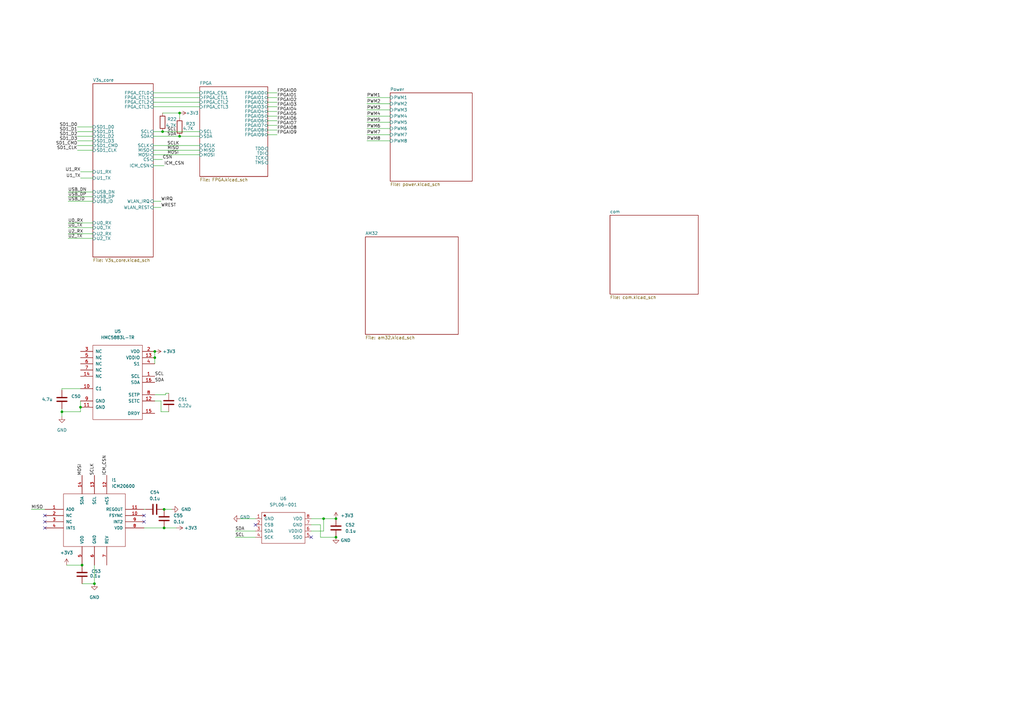
<source format=kicad_sch>
(kicad_sch (version 20211123) (generator eeschema)

  (uuid b2393452-4415-4de6-b840-281664ec2455)

  (paper "A3")

  (title_block
    (title "PiPX4_V3s")
  )

  (lib_symbols
    (symbol "Device:C" (pin_numbers hide) (pin_names (offset 0.254)) (in_bom yes) (on_board yes)
      (property "Reference" "C" (id 0) (at 0.635 2.54 0)
        (effects (font (size 1.27 1.27)) (justify left))
      )
      (property "Value" "C" (id 1) (at 0.635 -2.54 0)
        (effects (font (size 1.27 1.27)) (justify left))
      )
      (property "Footprint" "" (id 2) (at 0.9652 -3.81 0)
        (effects (font (size 1.27 1.27)) hide)
      )
      (property "Datasheet" "~" (id 3) (at 0 0 0)
        (effects (font (size 1.27 1.27)) hide)
      )
      (property "ki_keywords" "cap capacitor" (id 4) (at 0 0 0)
        (effects (font (size 1.27 1.27)) hide)
      )
      (property "ki_description" "Unpolarized capacitor" (id 5) (at 0 0 0)
        (effects (font (size 1.27 1.27)) hide)
      )
      (property "ki_fp_filters" "C_*" (id 6) (at 0 0 0)
        (effects (font (size 1.27 1.27)) hide)
      )
      (symbol "C_0_1"
        (polyline
          (pts
            (xy -2.032 -0.762)
            (xy 2.032 -0.762)
          )
          (stroke (width 0.508) (type default) (color 0 0 0 0))
          (fill (type none))
        )
        (polyline
          (pts
            (xy -2.032 0.762)
            (xy 2.032 0.762)
          )
          (stroke (width 0.508) (type default) (color 0 0 0 0))
          (fill (type none))
        )
      )
      (symbol "C_1_1"
        (pin passive line (at 0 3.81 270) (length 2.794)
          (name "~" (effects (font (size 1.27 1.27))))
          (number "1" (effects (font (size 1.27 1.27))))
        )
        (pin passive line (at 0 -3.81 90) (length 2.794)
          (name "~" (effects (font (size 1.27 1.27))))
          (number "2" (effects (font (size 1.27 1.27))))
        )
      )
    )
    (symbol "Device:R" (pin_numbers hide) (pin_names (offset 0)) (in_bom yes) (on_board yes)
      (property "Reference" "R" (id 0) (at 2.032 0 90)
        (effects (font (size 1.27 1.27)))
      )
      (property "Value" "R" (id 1) (at 0 0 90)
        (effects (font (size 1.27 1.27)))
      )
      (property "Footprint" "" (id 2) (at -1.778 0 90)
        (effects (font (size 1.27 1.27)) hide)
      )
      (property "Datasheet" "~" (id 3) (at 0 0 0)
        (effects (font (size 1.27 1.27)) hide)
      )
      (property "ki_keywords" "R res resistor" (id 4) (at 0 0 0)
        (effects (font (size 1.27 1.27)) hide)
      )
      (property "ki_description" "Resistor" (id 5) (at 0 0 0)
        (effects (font (size 1.27 1.27)) hide)
      )
      (property "ki_fp_filters" "R_*" (id 6) (at 0 0 0)
        (effects (font (size 1.27 1.27)) hide)
      )
      (symbol "R_0_1"
        (rectangle (start -1.016 -2.54) (end 1.016 2.54)
          (stroke (width 0.254) (type default) (color 0 0 0 0))
          (fill (type none))
        )
      )
      (symbol "R_1_1"
        (pin passive line (at 0 3.81 270) (length 1.27)
          (name "~" (effects (font (size 1.27 1.27))))
          (number "1" (effects (font (size 1.27 1.27))))
        )
        (pin passive line (at 0 -3.81 90) (length 1.27)
          (name "~" (effects (font (size 1.27 1.27))))
          (number "2" (effects (font (size 1.27 1.27))))
        )
      )
    )
    (symbol "ic:HMC5883L-TR" (pin_names (offset 1.016)) (in_bom yes) (on_board yes)
      (property "Reference" "U" (id 0) (at 0 17.8562 0)
        (effects (font (size 1.27 1.27)))
      )
      (property "Value" "HMC5883L-TR" (id 1) (at 0 22.9362 0)
        (effects (font (size 1.27 1.27)))
      )
      (property "Footprint" "kicad_lceda:LPCC-16_L3.0-W3.0-P0.50-BL" (id 2) (at 0 12.7762 0)
        (effects (font (size 1.27 1.27)) hide)
      )
      (property "Datasheet" "http://www.szlcsc.com/product/details_16321.html" (id 3) (at 0 7.6962 0)
        (effects (font (size 1.27 1.27)) hide)
      )
      (property "SuppliersPartNumber" "C15640" (id 4) (at 0 2.6162 0)
        (effects (font (size 1.27 1.27)) hide)
      )
      (property "uuid" "std:1030168a294f4e518ed1c9727018643b" (id 5) (at 0 2.6162 0)
        (effects (font (size 1.27 1.27)) hide)
      )
      (symbol "HMC5883L-TR_1_1"
        (rectangle (start -10.16 15.24) (end 10.16 -15.24)
          (stroke (width 0.1524) (type default) (color 0 0 0 0))
          (fill (type none))
        )
        (pin input line (at 15.24 2.54 180) (length 5.08)
          (name "SCL" (effects (font (size 1.27 1.27))))
          (number "1" (effects (font (size 1.27 1.27))))
        )
        (pin input line (at -15.24 -2.54 0) (length 5.08)
          (name "C1" (effects (font (size 1.27 1.27))))
          (number "10" (effects (font (size 1.27 1.27))))
        )
        (pin input line (at -15.24 -10.16 0) (length 5.08)
          (name "GND" (effects (font (size 1.27 1.27))))
          (number "11" (effects (font (size 1.27 1.27))))
        )
        (pin input line (at 15.24 -7.62 180) (length 5.08)
          (name "SETC" (effects (font (size 1.27 1.27))))
          (number "12" (effects (font (size 1.27 1.27))))
        )
        (pin input line (at 15.24 10.16 180) (length 5.08)
          (name "VDDIO" (effects (font (size 1.27 1.27))))
          (number "13" (effects (font (size 1.27 1.27))))
        )
        (pin input line (at -15.24 2.54 0) (length 5.08)
          (name "NC" (effects (font (size 1.27 1.27))))
          (number "14" (effects (font (size 1.27 1.27))))
        )
        (pin input line (at 15.24 -12.7 180) (length 5.08)
          (name "DRDY" (effects (font (size 1.27 1.27))))
          (number "15" (effects (font (size 1.27 1.27))))
        )
        (pin input line (at 15.24 0 180) (length 5.08)
          (name "SDA" (effects (font (size 1.27 1.27))))
          (number "16" (effects (font (size 1.27 1.27))))
        )
        (pin input line (at 15.24 12.7 180) (length 5.08)
          (name "VDD" (effects (font (size 1.27 1.27))))
          (number "2" (effects (font (size 1.27 1.27))))
        )
        (pin input line (at -15.24 12.7 0) (length 5.08)
          (name "NC" (effects (font (size 1.27 1.27))))
          (number "3" (effects (font (size 1.27 1.27))))
        )
        (pin input line (at 15.24 7.62 180) (length 5.08)
          (name "S1" (effects (font (size 1.27 1.27))))
          (number "4" (effects (font (size 1.27 1.27))))
        )
        (pin input line (at -15.24 10.16 0) (length 5.08)
          (name "NC" (effects (font (size 1.27 1.27))))
          (number "5" (effects (font (size 1.27 1.27))))
        )
        (pin input line (at -15.24 7.62 0) (length 5.08)
          (name "NC" (effects (font (size 1.27 1.27))))
          (number "6" (effects (font (size 1.27 1.27))))
        )
        (pin input line (at -15.24 5.08 0) (length 5.08)
          (name "NC" (effects (font (size 1.27 1.27))))
          (number "7" (effects (font (size 1.27 1.27))))
        )
        (pin input line (at 15.24 -5.08 180) (length 5.08)
          (name "SETP" (effects (font (size 1.27 1.27))))
          (number "8" (effects (font (size 1.27 1.27))))
        )
        (pin input line (at -15.24 -7.62 0) (length 5.08)
          (name "GND" (effects (font (size 1.27 1.27))))
          (number "9" (effects (font (size 1.27 1.27))))
        )
      )
    )
    (symbol "ic:ICM20600" (pin_names (offset 1.016)) (in_bom yes) (on_board yes)
      (property "Reference" "I" (id 0) (at 0 20.701 0)
        (effects (font (size 1.27 1.27)))
      )
      (property "Value" "ICM20600" (id 1) (at 0 25.781 0)
        (effects (font (size 1.27 1.27)))
      )
      (property "Footprint" "kicad_lceda:ICM20600" (id 2) (at 0 15.621 0)
        (effects (font (size 1.27 1.27)) hide)
      )
      (property "Datasheet" "" (id 3) (at 0 10.541 0)
        (effects (font (size 1.27 1.27)) hide)
      )
      (property "SuppliersPartNumber" "" (id 4) (at 0 5.461 0)
        (effects (font (size 1.27 1.27)) hide)
      )
      (property "uuid" "std:541edf1bb49c4e01a727994d0dc999f2" (id 5) (at 1.27 -25.4 0)
        (effects (font (size 1.27 1.27)) hide)
      )
      (symbol "ICM20600_1_1"
        (rectangle (start -12.7 10.16) (end 12.7 -11.43)
          (stroke (width 0.1524) (type default) (color 0 0 0 0))
          (fill (type none))
        )
        (pin input line (at -20.32 3.81 0) (length 7.62)
          (name "AD0" (effects (font (size 1.1684 1.1684))))
          (number "1" (effects (font (size 1.1684 1.1684))))
        )
        (pin input line (at 20.32 1.27 180) (length 7.62)
          (name "FSYNC" (effects (font (size 1.1684 1.1684))))
          (number "10" (effects (font (size 1.1684 1.1684))))
        )
        (pin input line (at 20.32 3.81 180) (length 7.62)
          (name "REGOUT" (effects (font (size 1.1684 1.1684))))
          (number "11" (effects (font (size 1.1684 1.1684))))
        )
        (pin input line (at 5.08 17.78 270) (length 7.62)
          (name "nCS" (effects (font (size 1.1684 1.1684))))
          (number "12" (effects (font (size 1.1684 1.1684))))
        )
        (pin input line (at 0 17.78 270) (length 7.62)
          (name "SCL" (effects (font (size 1.1684 1.1684))))
          (number "13" (effects (font (size 1.1684 1.1684))))
        )
        (pin input line (at -5.08 17.78 270) (length 7.62)
          (name "SDA" (effects (font (size 1.1684 1.1684))))
          (number "14" (effects (font (size 1.1684 1.1684))))
        )
        (pin input line (at -20.32 1.27 0) (length 7.62)
          (name "NC" (effects (font (size 1.1684 1.1684))))
          (number "2" (effects (font (size 1.1684 1.1684))))
        )
        (pin input line (at -20.32 -1.27 0) (length 7.62)
          (name "NC" (effects (font (size 1.1684 1.1684))))
          (number "3" (effects (font (size 1.1684 1.1684))))
        )
        (pin input line (at -20.32 -3.81 0) (length 7.62)
          (name "INT1" (effects (font (size 1.1684 1.1684))))
          (number "4" (effects (font (size 1.1684 1.1684))))
        )
        (pin input line (at -5.08 -19.05 90) (length 7.62)
          (name "VDD" (effects (font (size 1.1684 1.1684))))
          (number "5" (effects (font (size 1.1684 1.1684))))
        )
        (pin input line (at 0 -19.05 90) (length 7.62)
          (name "GND" (effects (font (size 1.1684 1.1684))))
          (number "6" (effects (font (size 1.1684 1.1684))))
        )
        (pin input line (at 5.08 -19.05 90) (length 7.62)
          (name "REV" (effects (font (size 1.1684 1.1684))))
          (number "7" (effects (font (size 1.1684 1.1684))))
        )
        (pin input line (at 20.32 -3.81 180) (length 7.62)
          (name "VDD" (effects (font (size 1.1684 1.1684))))
          (number "8" (effects (font (size 1.1684 1.1684))))
        )
        (pin input line (at 20.32 -1.27 180) (length 7.62)
          (name "INT2" (effects (font (size 1.1684 1.1684))))
          (number "9" (effects (font (size 1.1684 1.1684))))
        )
      )
    )
    (symbol "ic:SPL06-001" (pin_names (offset 1.016)) (in_bom yes) (on_board yes)
      (property "Reference" "U" (id 0) (at 0 9.0424 0)
        (effects (font (size 1.27 1.27)))
      )
      (property "Value" "SPL06-001" (id 1) (at 0 14.1224 0)
        (effects (font (size 1.27 1.27)))
      )
      (property "Footprint" "kicad_lceda:SENSOR-SMD_SPL06-001" (id 2) (at 0 11.43 0)
        (effects (font (size 1.27 1.27)) hide)
      )
      (property "Datasheet" "" (id 3) (at 0 -1.1176 0)
        (effects (font (size 1.27 1.27)) hide)
      )
      (property "SuppliersPartNumber" "C2684428" (id 4) (at 0 -6.1976 0)
        (effects (font (size 1.27 1.27)) hide)
      )
      (property "uuid" "std:a5a1b0a255764b53a557c729785514fe" (id 5) (at 0 -6.1976 0)
        (effects (font (size 1.27 1.27)) hide)
      )
      (symbol "SPL06-001_1_1"
        (rectangle (start -8.89 6.35) (end 8.89 -6.35)
          (stroke (width 0.1524) (type default) (color 0 0 0 0))
          (fill (type none))
        )
        (circle (center -7.62 5.08) (radius 0.381)
          (stroke (width 0.1524) (type default) (color 0 0 0 0))
          (fill (type outline))
        )
        (pin input line (at -11.43 3.81 0) (length 2.54)
          (name "GND" (effects (font (size 1.27 1.27))))
          (number "1" (effects (font (size 1.27 1.27))))
        )
        (pin input line (at -11.43 1.27 0) (length 2.54)
          (name "CSB" (effects (font (size 1.27 1.27))))
          (number "2" (effects (font (size 1.27 1.27))))
        )
        (pin input line (at -11.43 -1.27 0) (length 2.54)
          (name "SDA" (effects (font (size 1.27 1.27))))
          (number "3" (effects (font (size 1.27 1.27))))
        )
        (pin input line (at -11.43 -3.81 0) (length 2.54)
          (name "SCK" (effects (font (size 1.27 1.27))))
          (number "4" (effects (font (size 1.27 1.27))))
        )
        (pin input line (at 11.43 -3.81 180) (length 2.54)
          (name "SDO" (effects (font (size 1.27 1.27))))
          (number "5" (effects (font (size 1.27 1.27))))
        )
        (pin input line (at 11.43 -1.27 180) (length 2.54)
          (name "VDDIO" (effects (font (size 1.27 1.27))))
          (number "6" (effects (font (size 1.27 1.27))))
        )
        (pin input line (at 11.43 1.27 180) (length 2.54)
          (name "GND" (effects (font (size 1.27 1.27))))
          (number "7" (effects (font (size 1.27 1.27))))
        )
        (pin input line (at 11.43 3.81 180) (length 2.54)
          (name "VDD" (effects (font (size 1.27 1.27))))
          (number "8" (effects (font (size 1.27 1.27))))
        )
      )
    )
    (symbol "power:+3V3" (power) (pin_names (offset 0)) (in_bom yes) (on_board yes)
      (property "Reference" "#PWR" (id 0) (at 0 -3.81 0)
        (effects (font (size 1.27 1.27)) hide)
      )
      (property "Value" "+3V3" (id 1) (at 0 3.556 0)
        (effects (font (size 1.27 1.27)))
      )
      (property "Footprint" "" (id 2) (at 0 0 0)
        (effects (font (size 1.27 1.27)) hide)
      )
      (property "Datasheet" "" (id 3) (at 0 0 0)
        (effects (font (size 1.27 1.27)) hide)
      )
      (property "ki_keywords" "power-flag" (id 4) (at 0 0 0)
        (effects (font (size 1.27 1.27)) hide)
      )
      (property "ki_description" "Power symbol creates a global label with name \"+3V3\"" (id 5) (at 0 0 0)
        (effects (font (size 1.27 1.27)) hide)
      )
      (symbol "+3V3_0_1"
        (polyline
          (pts
            (xy -0.762 1.27)
            (xy 0 2.54)
          )
          (stroke (width 0) (type default) (color 0 0 0 0))
          (fill (type none))
        )
        (polyline
          (pts
            (xy 0 0)
            (xy 0 2.54)
          )
          (stroke (width 0) (type default) (color 0 0 0 0))
          (fill (type none))
        )
        (polyline
          (pts
            (xy 0 2.54)
            (xy 0.762 1.27)
          )
          (stroke (width 0) (type default) (color 0 0 0 0))
          (fill (type none))
        )
      )
      (symbol "+3V3_1_1"
        (pin power_in line (at 0 0 90) (length 0) hide
          (name "+3V3" (effects (font (size 1.27 1.27))))
          (number "1" (effects (font (size 1.27 1.27))))
        )
      )
    )
    (symbol "power:GND" (power) (pin_names (offset 0)) (in_bom yes) (on_board yes)
      (property "Reference" "#PWR" (id 0) (at 0 -6.35 0)
        (effects (font (size 1.27 1.27)) hide)
      )
      (property "Value" "GND" (id 1) (at 0 -3.81 0)
        (effects (font (size 1.27 1.27)))
      )
      (property "Footprint" "" (id 2) (at 0 0 0)
        (effects (font (size 1.27 1.27)) hide)
      )
      (property "Datasheet" "" (id 3) (at 0 0 0)
        (effects (font (size 1.27 1.27)) hide)
      )
      (property "ki_keywords" "power-flag" (id 4) (at 0 0 0)
        (effects (font (size 1.27 1.27)) hide)
      )
      (property "ki_description" "Power symbol creates a global label with name \"GND\" , ground" (id 5) (at 0 0 0)
        (effects (font (size 1.27 1.27)) hide)
      )
      (symbol "GND_0_1"
        (polyline
          (pts
            (xy 0 0)
            (xy 0 -1.27)
            (xy 1.27 -1.27)
            (xy 0 -2.54)
            (xy -1.27 -1.27)
            (xy 0 -1.27)
          )
          (stroke (width 0) (type default) (color 0 0 0 0))
          (fill (type none))
        )
      )
      (symbol "GND_1_1"
        (pin power_in line (at 0 0 270) (length 0) hide
          (name "GND" (effects (font (size 1.27 1.27))))
          (number "1" (effects (font (size 1.27 1.27))))
        )
      )
    )
  )

  (bus_alias "FPGIO" (members "IO1" "IO2" "IO3" "IO09"))
  (junction (at 137.795 212.725) (diameter 0) (color 0 0 0 0)
    (uuid 011b4f12-ec56-4eeb-96de-717c72c935fd)
  )
  (junction (at 66.675 53.975) (diameter 0) (color 0 0 0 0)
    (uuid 09c9c7c6-0d59-4221-8096-ae490ef2893c)
  )
  (junction (at 33.02 167.005) (diameter 0) (color 0 0 0 0)
    (uuid 4909fa79-2d76-4e83-b589-660550e2e3ac)
  )
  (junction (at 63.5 146.685) (diameter 0) (color 0 0 0 0)
    (uuid 62913703-daed-4126-b552-5f9e0a6e5f05)
  )
  (junction (at 67.31 216.535) (diameter 0) (color 0 0 0 0)
    (uuid 6416faad-b988-4e0f-8232-eac8bbdd90e1)
  )
  (junction (at 33.655 231.775) (diameter 0) (color 0 0 0 0)
    (uuid 65c11e7c-81f3-4195-a689-19a23647f225)
  )
  (junction (at 25.4 168.91) (diameter 0) (color 0 0 0 0)
    (uuid 6cc86eb5-3fd6-4c97-ab0a-47b9c0821706)
  )
  (junction (at 67.31 208.915) (diameter 0) (color 0 0 0 0)
    (uuid 87299496-cd82-4b23-b495-d21d14ef6000)
  )
  (junction (at 73.66 46.355) (diameter 0) (color 0 0 0 0)
    (uuid a89cc9a5-9ae2-47dc-9043-7ce2650e8ed9)
  )
  (junction (at 38.735 239.395) (diameter 0) (color 0 0 0 0)
    (uuid caae78c2-d5cf-47b9-bc48-3372cafcdb5c)
  )
  (junction (at 63.5 144.145) (diameter 0) (color 0 0 0 0)
    (uuid e1909fbf-78be-4946-97d4-bb748c3859d3)
  )
  (junction (at 132.715 212.725) (diameter 0) (color 0 0 0 0)
    (uuid e3ff4207-f6d1-40c9-8eed-a3c82b2e1408)
  )
  (junction (at 73.66 55.88) (diameter 0) (color 0 0 0 0)
    (uuid f292673d-8d77-4a40-83c8-699b3b070d8e)
  )
  (junction (at 137.795 220.345) (diameter 0) (color 0 0 0 0)
    (uuid fd26a171-93cc-4c28-bc35-c26b9841960f)
  )

  (no_connect (at 59.055 211.455) (uuid 2ac7eeff-b133-4076-ba36-0b285a61e67e))
  (no_connect (at 59.055 213.995) (uuid 2ac7eeff-b133-4076-ba36-0b285a61e67f))
  (no_connect (at 18.415 216.535) (uuid 2ac7eeff-b133-4076-ba36-0b285a61e680))
  (no_connect (at 18.415 213.995) (uuid 2ac7eeff-b133-4076-ba36-0b285a61e681))
  (no_connect (at 104.775 215.265) (uuid 3e404706-23e4-4ede-a5d4-1565be8f706c))
  (no_connect (at 127.635 220.345) (uuid 5d657447-f263-4d4b-9224-6848dd34a873))
  (no_connect (at 18.415 211.455) (uuid fccf6445-185d-47c0-be98-6475f249ae63))

  (wire (pts (xy 66.675 46.355) (xy 73.66 46.355))
    (stroke (width 0) (type default) (color 0 0 0 0))
    (uuid 02adae87-2db4-4cea-a8d2-47c502a62c4c)
  )
  (wire (pts (xy 67.31 208.915) (xy 70.485 208.915))
    (stroke (width 0) (type default) (color 0 0 0 0))
    (uuid 031919fd-9784-4d87-83d4-ebf0c4946a72)
  )
  (wire (pts (xy 109.855 38.1) (xy 113.665 38.1))
    (stroke (width 0) (type default) (color 0 0 0 0))
    (uuid 03e4c647-d93f-4b4a-8cee-484baec1730b)
  )
  (wire (pts (xy 137.795 212.725) (xy 132.715 212.725))
    (stroke (width 0) (type default) (color 0 0 0 0))
    (uuid 0408b9f5-6517-4c31-888b-a60ec7798e67)
  )
  (wire (pts (xy 67.945 161.29) (xy 69.215 161.29))
    (stroke (width 0) (type default) (color 0 0 0 0))
    (uuid 06d3e968-c6f3-4fca-bf83-9bc23fa3dd3e)
  )
  (wire (pts (xy 109.855 41.91) (xy 113.665 41.91))
    (stroke (width 0) (type default) (color 0 0 0 0))
    (uuid 08d691d8-e366-4fd6-a0b1-aa479e884cc0)
  )
  (wire (pts (xy 109.855 53.34) (xy 113.665 53.34))
    (stroke (width 0) (type default) (color 0 0 0 0))
    (uuid 0c3797e4-6743-40c6-b7cb-05dd724bdda2)
  )
  (wire (pts (xy 62.865 53.975) (xy 66.675 53.975))
    (stroke (width 0) (type default) (color 0 0 0 0))
    (uuid 0d415bdd-4e7e-454a-8aed-5b279976256c)
  )
  (wire (pts (xy 62.865 67.945) (xy 67.31 67.945))
    (stroke (width 0) (type default) (color 0 0 0 0))
    (uuid 10d7ba2f-48d5-4196-b823-ddb52300bbde)
  )
  (wire (pts (xy 72.39 216.535) (xy 67.31 216.535))
    (stroke (width 0) (type default) (color 0 0 0 0))
    (uuid 1cb04373-53ed-456a-a912-649d263f8670)
  )
  (wire (pts (xy 25.4 168.91) (xy 25.4 167.64))
    (stroke (width 0) (type default) (color 0 0 0 0))
    (uuid 245b5f46-7e3e-4651-a7ea-cc0752302395)
  )
  (wire (pts (xy 27.94 93.345) (xy 38.1 93.345))
    (stroke (width 0) (type default) (color 0 0 0 0))
    (uuid 28bccc0b-acf1-465d-a153-1f76e762317c)
  )
  (wire (pts (xy 150.495 52.705) (xy 160.02 52.705))
    (stroke (width 0) (type default) (color 0 0 0 0))
    (uuid 2a02fd75-9650-4f0f-b78a-6990e630001c)
  )
  (wire (pts (xy 66.04 164.465) (xy 66.04 168.91))
    (stroke (width 0) (type default) (color 0 0 0 0))
    (uuid 2a4f05df-fbde-4519-b412-9c5624097ac7)
  )
  (wire (pts (xy 109.855 55.245) (xy 113.665 55.245))
    (stroke (width 0) (type default) (color 0 0 0 0))
    (uuid 2bcdbee6-670d-4f53-a684-a05466c087d2)
  )
  (wire (pts (xy 33.02 167.005) (xy 33.02 168.91))
    (stroke (width 0) (type default) (color 0 0 0 0))
    (uuid 2e12025a-b00f-46f8-96d0-caa610874b92)
  )
  (wire (pts (xy 63.5 146.685) (xy 63.5 149.225))
    (stroke (width 0) (type default) (color 0 0 0 0))
    (uuid 3039b0da-c7d9-4d1a-9272-f2880afb7121)
  )
  (wire (pts (xy 109.855 45.72) (xy 113.665 45.72))
    (stroke (width 0) (type default) (color 0 0 0 0))
    (uuid 349fd3d4-1758-4481-88b3-8b37fb39e767)
  )
  (wire (pts (xy 62.865 43.815) (xy 81.915 43.815))
    (stroke (width 0) (type default) (color 0 0 0 0))
    (uuid 383dfdff-4a22-4557-9deb-faaa59a02477)
  )
  (wire (pts (xy 62.865 63.5) (xy 81.915 63.5))
    (stroke (width 0) (type default) (color 0 0 0 0))
    (uuid 39b13171-cdaa-495f-bad1-5d28fc5c353d)
  )
  (wire (pts (xy 62.865 85.09) (xy 66.04 85.09))
    (stroke (width 0) (type default) (color 0 0 0 0))
    (uuid 3a70dfce-70b2-4f5a-8278-7f0876313bf8)
  )
  (wire (pts (xy 33.02 159.385) (xy 25.4 159.385))
    (stroke (width 0) (type default) (color 0 0 0 0))
    (uuid 3d9c4571-f0d6-4a6f-8a9b-4671af845865)
  )
  (wire (pts (xy 62.865 55.88) (xy 73.66 55.88))
    (stroke (width 0) (type default) (color 0 0 0 0))
    (uuid 3f33fc9c-36c3-4e08-b521-352f7ed05ca8)
  )
  (wire (pts (xy 59.69 208.915) (xy 59.055 208.915))
    (stroke (width 0) (type default) (color 0 0 0 0))
    (uuid 46b727d2-35a5-4992-a057-6eaafe202ce3)
  )
  (wire (pts (xy 96.52 220.345) (xy 104.775 220.345))
    (stroke (width 0) (type default) (color 0 0 0 0))
    (uuid 46d44ed2-53a1-4e68-b698-2da01e86605f)
  )
  (wire (pts (xy 33.02 73.025) (xy 38.1 73.025))
    (stroke (width 0) (type default) (color 0 0 0 0))
    (uuid 4c965001-3aae-4fe4-b489-dd94afcf82c3)
  )
  (wire (pts (xy 31.75 55.88) (xy 38.1 55.88))
    (stroke (width 0) (type default) (color 0 0 0 0))
    (uuid 4e4c1a98-2386-425e-bdcb-d98517e45aae)
  )
  (wire (pts (xy 73.66 55.88) (xy 81.915 55.88))
    (stroke (width 0) (type default) (color 0 0 0 0))
    (uuid 509167d8-4e4b-4852-85ae-876a987759e3)
  )
  (wire (pts (xy 25.4 159.385) (xy 25.4 160.02))
    (stroke (width 0) (type default) (color 0 0 0 0))
    (uuid 50fef050-01eb-43dd-9219-ed4ded86c745)
  )
  (wire (pts (xy 38.735 239.395) (xy 33.655 239.395))
    (stroke (width 0) (type default) (color 0 0 0 0))
    (uuid 538af66b-f5c9-43a9-8b18-0d70341fad82)
  )
  (wire (pts (xy 98.425 212.725) (xy 104.775 212.725))
    (stroke (width 0) (type default) (color 0 0 0 0))
    (uuid 55b92821-d465-45d8-86f3-2030e442a852)
  )
  (wire (pts (xy 62.865 38.1) (xy 81.915 38.1))
    (stroke (width 0) (type default) (color 0 0 0 0))
    (uuid 56e21dd4-10d3-4377-8f1c-da4fd46a5bb2)
  )
  (wire (pts (xy 127.635 217.805) (xy 132.715 217.805))
    (stroke (width 0) (type default) (color 0 0 0 0))
    (uuid 60efdd45-a796-450d-a5b7-f46014cb8a9a)
  )
  (wire (pts (xy 27.94 95.885) (xy 38.1 95.885))
    (stroke (width 0) (type default) (color 0 0 0 0))
    (uuid 618ff763-b64c-4914-9398-fc81a697df2f)
  )
  (wire (pts (xy 73.66 46.355) (xy 73.66 48.26))
    (stroke (width 0) (type default) (color 0 0 0 0))
    (uuid 634b225e-b185-4d60-93ac-558b08324012)
  )
  (wire (pts (xy 150.495 47.625) (xy 160.02 47.625))
    (stroke (width 0) (type default) (color 0 0 0 0))
    (uuid 643303b5-d2c0-49b8-8baa-b7da2ce1c25a)
  )
  (wire (pts (xy 150.495 50.165) (xy 160.02 50.165))
    (stroke (width 0) (type default) (color 0 0 0 0))
    (uuid 6b5a2e3f-e356-47f2-b86e-f0c04a3abd08)
  )
  (wire (pts (xy 31.75 57.785) (xy 38.1 57.785))
    (stroke (width 0) (type default) (color 0 0 0 0))
    (uuid 70b3fdc0-d1f8-4a27-a3ca-a8530c5c4202)
  )
  (wire (pts (xy 31.75 59.69) (xy 38.1 59.69))
    (stroke (width 0) (type default) (color 0 0 0 0))
    (uuid 71211806-48a9-4928-9bf8-6bba213c7d3f)
  )
  (wire (pts (xy 150.495 55.245) (xy 160.02 55.245))
    (stroke (width 0) (type default) (color 0 0 0 0))
    (uuid 7273a689-a314-42d8-b21b-4c38aad83177)
  )
  (wire (pts (xy 33.02 168.91) (xy 25.4 168.91))
    (stroke (width 0) (type default) (color 0 0 0 0))
    (uuid 76ecaa6c-1cee-4b2b-ad0e-0200c5ce6c5f)
  )
  (wire (pts (xy 109.855 51.435) (xy 113.665 51.435))
    (stroke (width 0) (type default) (color 0 0 0 0))
    (uuid 77eac119-494e-4d57-ac52-b4ace02cae31)
  )
  (wire (pts (xy 25.4 170.815) (xy 25.4 168.91))
    (stroke (width 0) (type default) (color 0 0 0 0))
    (uuid 78e0ad85-e56d-4899-af5f-a6a5f57cbb28)
  )
  (wire (pts (xy 109.855 49.53) (xy 113.665 49.53))
    (stroke (width 0) (type default) (color 0 0 0 0))
    (uuid 7d4c30f3-12cd-4804-899d-2b5d3c6b9262)
  )
  (wire (pts (xy 62.865 82.55) (xy 66.04 82.55))
    (stroke (width 0) (type default) (color 0 0 0 0))
    (uuid 801a4331-5ca1-4777-8775-0fdf752183b5)
  )
  (wire (pts (xy 33.02 164.465) (xy 33.02 167.005))
    (stroke (width 0) (type default) (color 0 0 0 0))
    (uuid 81133bb7-b68f-4434-af07-7d0d264832a4)
  )
  (wire (pts (xy 132.715 212.725) (xy 127.635 212.725))
    (stroke (width 0) (type default) (color 0 0 0 0))
    (uuid 86974c07-c297-484e-adc2-4c0ebbc70ada)
  )
  (wire (pts (xy 66.675 53.975) (xy 81.915 53.975))
    (stroke (width 0) (type default) (color 0 0 0 0))
    (uuid 8af0e534-b02a-443e-b1cb-e5146458129c)
  )
  (wire (pts (xy 132.715 217.805) (xy 132.715 212.725))
    (stroke (width 0) (type default) (color 0 0 0 0))
    (uuid 91268b40-e2a4-4de9-8772-ecdbac4b76dc)
  )
  (wire (pts (xy 62.865 59.69) (xy 81.915 59.69))
    (stroke (width 0) (type default) (color 0 0 0 0))
    (uuid 953edb51-314b-4861-8b39-16c1aa410a86)
  )
  (wire (pts (xy 62.865 40.005) (xy 81.915 40.005))
    (stroke (width 0) (type default) (color 0 0 0 0))
    (uuid 9653c6df-4b74-4f56-8489-e7fb7cdfcc07)
  )
  (wire (pts (xy 109.855 47.625) (xy 113.665 47.625))
    (stroke (width 0) (type default) (color 0 0 0 0))
    (uuid 9980fb95-63af-4b74-ab15-5d28f3a5aed8)
  )
  (wire (pts (xy 67.945 161.925) (xy 67.945 161.29))
    (stroke (width 0) (type default) (color 0 0 0 0))
    (uuid 9c8e7e93-b954-4f8d-86f4-081ed7e26150)
  )
  (wire (pts (xy 96.52 217.805) (xy 104.775 217.805))
    (stroke (width 0) (type default) (color 0 0 0 0))
    (uuid a0c6a0cf-34a0-4891-9c49-bcfe0d05bb75)
  )
  (wire (pts (xy 63.5 164.465) (xy 66.04 164.465))
    (stroke (width 0) (type default) (color 0 0 0 0))
    (uuid a1aad49e-821e-41a9-b425-aa9dfd9d3d42)
  )
  (wire (pts (xy 150.495 42.545) (xy 160.02 42.545))
    (stroke (width 0) (type default) (color 0 0 0 0))
    (uuid a1d18a28-762e-4f5d-9db9-1795baf11b96)
  )
  (wire (pts (xy 127.635 215.265) (xy 131.445 215.265))
    (stroke (width 0) (type default) (color 0 0 0 0))
    (uuid a2e52c8d-c919-42be-bd0c-71ef6c26e101)
  )
  (wire (pts (xy 131.445 215.265) (xy 131.445 220.345))
    (stroke (width 0) (type default) (color 0 0 0 0))
    (uuid a640ef5b-5643-47b8-813c-c87e418d1166)
  )
  (wire (pts (xy 27.94 97.79) (xy 38.1 97.79))
    (stroke (width 0) (type default) (color 0 0 0 0))
    (uuid a64ce217-8ab5-423b-8665-1ac82f8d2647)
  )
  (wire (pts (xy 150.495 45.085) (xy 160.02 45.085))
    (stroke (width 0) (type default) (color 0 0 0 0))
    (uuid aa089e13-3ef5-4b0d-9459-ad2530842908)
  )
  (wire (pts (xy 67.31 216.535) (xy 59.055 216.535))
    (stroke (width 0) (type default) (color 0 0 0 0))
    (uuid af7d299a-d794-4a0a-ad92-52e7eeaf9faa)
  )
  (wire (pts (xy 31.75 61.595) (xy 38.1 61.595))
    (stroke (width 0) (type default) (color 0 0 0 0))
    (uuid b5ad15a0-c5b5-42c1-8f54-46120db8f26e)
  )
  (wire (pts (xy 27.94 78.74) (xy 38.1 78.74))
    (stroke (width 0) (type default) (color 0 0 0 0))
    (uuid bb627e81-fd2f-4600-a300-70482d5983a6)
  )
  (wire (pts (xy 62.865 41.91) (xy 81.915 41.91))
    (stroke (width 0) (type default) (color 0 0 0 0))
    (uuid c22f57d9-3f6f-4fef-aa76-9227e0d0629d)
  )
  (wire (pts (xy 150.495 40.005) (xy 160.02 40.005))
    (stroke (width 0) (type default) (color 0 0 0 0))
    (uuid c9bb67eb-7e1f-4237-a719-84f40b69ae4b)
  )
  (wire (pts (xy 109.855 43.815) (xy 113.665 43.815))
    (stroke (width 0) (type default) (color 0 0 0 0))
    (uuid cf7ed312-8c4d-4c3b-b024-4c91086e08b1)
  )
  (wire (pts (xy 27.305 231.775) (xy 33.655 231.775))
    (stroke (width 0) (type default) (color 0 0 0 0))
    (uuid d0943bd2-50d4-40d5-a1c3-f206291cbbaf)
  )
  (wire (pts (xy 27.94 82.55) (xy 38.1 82.55))
    (stroke (width 0) (type default) (color 0 0 0 0))
    (uuid d0d0f8d1-3bd2-48c0-8e08-feff743486d2)
  )
  (wire (pts (xy 38.735 231.775) (xy 38.735 239.395))
    (stroke (width 0) (type default) (color 0 0 0 0))
    (uuid d3aa7914-c543-4a7a-9e50-c00475a11a28)
  )
  (wire (pts (xy 31.75 53.975) (xy 38.1 53.975))
    (stroke (width 0) (type default) (color 0 0 0 0))
    (uuid d3b304a4-c5c2-4ae4-b5a2-54603e2c957a)
  )
  (wire (pts (xy 31.75 52.07) (xy 38.1 52.07))
    (stroke (width 0) (type default) (color 0 0 0 0))
    (uuid d46e4bf2-5ec4-40ef-bcc7-04bbf8cf9bab)
  )
  (wire (pts (xy 109.855 40.005) (xy 113.665 40.005))
    (stroke (width 0) (type default) (color 0 0 0 0))
    (uuid d484cff4-aed9-479b-999b-8be55d894616)
  )
  (wire (pts (xy 33.02 70.485) (xy 38.1 70.485))
    (stroke (width 0) (type default) (color 0 0 0 0))
    (uuid dc55a843-bfeb-4e3a-9f08-09064a074be4)
  )
  (wire (pts (xy 63.5 144.145) (xy 63.5 146.685))
    (stroke (width 0) (type default) (color 0 0 0 0))
    (uuid e1178893-926b-4cea-8852-aec50284ee89)
  )
  (wire (pts (xy 27.94 91.44) (xy 38.1 91.44))
    (stroke (width 0) (type default) (color 0 0 0 0))
    (uuid e565ff01-356e-4c6c-acdf-7737504d9cb4)
  )
  (wire (pts (xy 63.5 161.925) (xy 67.945 161.925))
    (stroke (width 0) (type default) (color 0 0 0 0))
    (uuid e59636f8-5eb2-49e7-a857-96c822aa99da)
  )
  (wire (pts (xy 27.94 80.645) (xy 38.1 80.645))
    (stroke (width 0) (type default) (color 0 0 0 0))
    (uuid e5b3358c-d737-46ac-bddf-6d164dd50e9a)
  )
  (wire (pts (xy 150.495 57.785) (xy 160.02 57.785))
    (stroke (width 0) (type default) (color 0 0 0 0))
    (uuid f1469283-d5a9-486d-af7c-46c626d835fa)
  )
  (wire (pts (xy 62.865 61.595) (xy 81.915 61.595))
    (stroke (width 0) (type default) (color 0 0 0 0))
    (uuid f302e4c6-d81d-4a8d-8c26-e3bcd63b1ab5)
  )
  (wire (pts (xy 12.827 208.915) (xy 18.415 208.915))
    (stroke (width 0) (type default) (color 0 0 0 0))
    (uuid f304f480-c8c1-4793-a242-325810ee877b)
  )
  (wire (pts (xy 66.04 168.91) (xy 69.215 168.91))
    (stroke (width 0) (type default) (color 0 0 0 0))
    (uuid f796c665-d098-4750-8f9a-35ea11edbd47)
  )
  (wire (pts (xy 62.865 65.405) (xy 66.675 65.405))
    (stroke (width 0) (type default) (color 0 0 0 0))
    (uuid fa6aa53f-e2c9-4b88-b955-aa43cd3e50c4)
  )
  (wire (pts (xy 131.445 220.345) (xy 137.795 220.345))
    (stroke (width 0) (type default) (color 0 0 0 0))
    (uuid fc0bc0b0-0063-4718-bbdc-494fe631d7ac)
  )

  (label "WIRQ" (at 66.04 82.55 0)
    (effects (font (size 1.27 1.27)) (justify left bottom))
    (uuid 01d0fe64-fb21-4e70-b38d-e64a1cf964f7)
  )
  (label "SD1_D0" (at 31.75 52.07 180)
    (effects (font (size 1.27 1.27)) (justify right bottom))
    (uuid 11909b5f-9d36-4cce-bb95-f6b80f33d66b)
  )
  (label "SCL" (at 63.5 154.305 0)
    (effects (font (size 1.27 1.27)) (justify left bottom))
    (uuid 14860eaf-2bf0-429c-922e-e1036ed76e30)
  )
  (label "FPGAIO0" (at 113.665 38.1 0)
    (effects (font (size 1.27 1.27)) (justify left bottom))
    (uuid 187d57b3-3f71-445b-9df2-e84736bb68ce)
  )
  (label "FPGAIO9" (at 113.665 55.245 0)
    (effects (font (size 1.27 1.27)) (justify left bottom))
    (uuid 192dadc2-a668-4926-99c4-8f53427095d4)
  )
  (label "FPGAIO7" (at 113.665 51.435 0)
    (effects (font (size 1.27 1.27)) (justify left bottom))
    (uuid 1ebcf02a-82b9-443c-8d98-89e5446ee638)
  )
  (label "USB_DP" (at 27.94 80.645 0)
    (effects (font (size 1.27 1.27)) (justify left bottom))
    (uuid 20dde16d-f220-4ad6-b023-707ce293b82b)
  )
  (label "FPGAIO4" (at 113.665 45.72 0)
    (effects (font (size 1.27 1.27)) (justify left bottom))
    (uuid 2114ee72-446d-496f-b797-1c3f0430dc59)
  )
  (label "FPGAIO6" (at 113.665 49.53 0)
    (effects (font (size 1.27 1.27)) (justify left bottom))
    (uuid 21a9a23c-bde6-4625-b331-476d9cbb6603)
  )
  (label "MOSI" (at 68.58 63.5 0)
    (effects (font (size 1.27 1.27)) (justify left bottom))
    (uuid 24ba49d1-6dfc-4d09-94c6-43622ceb856a)
  )
  (label "SCL" (at 96.52 220.345 0)
    (effects (font (size 1.27 1.27)) (justify left bottom))
    (uuid 2857389c-ae2e-4901-a96a-2510db364f42)
  )
  (label "SD1_D1" (at 31.75 53.975 180)
    (effects (font (size 1.27 1.27)) (justify right bottom))
    (uuid 2f20e4c4-e8eb-4fb7-8cbb-949724b97df3)
  )
  (label "FPGAIO1" (at 113.665 40.005 0)
    (effects (font (size 1.27 1.27)) (justify left bottom))
    (uuid 33c391d8-c4ac-4eed-929e-05a4d64993f0)
  )
  (label "SCLK" (at 38.735 194.945 90)
    (effects (font (size 1.27 1.27)) (justify left bottom))
    (uuid 33d6a678-ffb4-4c3f-a29f-7b5827b785e3)
  )
  (label "SCLK" (at 68.58 59.69 0)
    (effects (font (size 1.27 1.27)) (justify left bottom))
    (uuid 35c46186-9c82-4847-a240-ceb120460fab)
  )
  (label "U0_RX" (at 27.94 91.44 0)
    (effects (font (size 1.27 1.27)) (justify left bottom))
    (uuid 369a9d7a-88ce-4c0a-a32c-0565b39d00e9)
  )
  (label "SD1_D2" (at 31.75 55.88 180)
    (effects (font (size 1.27 1.27)) (justify right bottom))
    (uuid 3bd3970a-c9cd-486c-ad36-5eff4d015d5a)
  )
  (label "FPGAIO3" (at 113.665 43.815 0)
    (effects (font (size 1.27 1.27)) (justify left bottom))
    (uuid 413c70f8-7385-40e3-bbd8-8bb616449bcf)
  )
  (label "USB_ID" (at 27.94 82.55 0)
    (effects (font (size 1.27 1.27)) (justify left bottom))
    (uuid 44db389f-f616-4c41-ad2a-0052f9f56e27)
  )
  (label "WREST" (at 66.04 85.09 0)
    (effects (font (size 1.27 1.27)) (justify left bottom))
    (uuid 468c861b-476e-412f-a253-5b871204a1d4)
  )
  (label "USB_DN" (at 27.94 78.74 0)
    (effects (font (size 1.27 1.27)) (justify left bottom))
    (uuid 5919ed43-c14e-4b7d-9e34-e824b7da1225)
  )
  (label "SCL" (at 68.58 53.975 0)
    (effects (font (size 1.27 1.27)) (justify left bottom))
    (uuid 5f1d2e61-93fd-4405-9bd0-4c82862ff9f0)
  )
  (label "U1_RX" (at 33.02 70.485 180)
    (effects (font (size 1.27 1.27)) (justify right bottom))
    (uuid 6a15c4f1-b2c2-47fa-8e6b-f4747804fbef)
  )
  (label "SDA" (at 63.5 156.845 0)
    (effects (font (size 1.27 1.27)) (justify left bottom))
    (uuid 6af28231-abd2-4292-b850-a88ac03fd122)
  )
  (label "FPGAIO2" (at 113.665 41.91 0)
    (effects (font (size 1.27 1.27)) (justify left bottom))
    (uuid 724cd5d6-1873-48a0-b24c-d2ecbdeba97e)
  )
  (label "PWM2" (at 150.495 42.545 0)
    (effects (font (size 1.27 1.27)) (justify left bottom))
    (uuid 76b0ca4f-ee5b-48c6-8aa0-97c2fcd35741)
  )
  (label "PWM6" (at 150.495 52.705 0)
    (effects (font (size 1.27 1.27)) (justify left bottom))
    (uuid 825f5ad4-cb96-4697-81cf-52b856002800)
  )
  (label "CSN" (at 66.675 65.405 0)
    (effects (font (size 1.27 1.27)) (justify left bottom))
    (uuid 8cb8f6fe-b953-4dca-aa85-06b4d7a90f79)
  )
  (label "FPGAIO5" (at 113.665 47.625 0)
    (effects (font (size 1.27 1.27)) (justify left bottom))
    (uuid 9f0ad9b2-aa48-4623-a102-8021f112562a)
  )
  (label "PWM1" (at 150.495 40.005 0)
    (effects (font (size 1.27 1.27)) (justify left bottom))
    (uuid 9fd0a25d-5412-457b-8fb8-fbe5a5dbe206)
  )
  (label "SD1_CMD" (at 31.75 59.69 180)
    (effects (font (size 1.27 1.27)) (justify right bottom))
    (uuid a0421a93-5a3d-4565-81f2-4516f8c27eef)
  )
  (label "U1_TX" (at 33.02 73.025 180)
    (effects (font (size 1.27 1.27)) (justify right bottom))
    (uuid a5b6f41d-63c9-4f69-be1e-5b031e56d450)
  )
  (label "SDA" (at 96.52 217.805 0)
    (effects (font (size 1.27 1.27)) (justify left bottom))
    (uuid a6d5abd3-26c4-433c-8f07-8c7ee6a4681c)
  )
  (label "U0_TX" (at 27.94 93.345 0)
    (effects (font (size 1.27 1.27)) (justify left bottom))
    (uuid a94cc444-c302-4d82-9354-d8356ebaf2ac)
  )
  (label "MOSI" (at 33.655 194.945 90)
    (effects (font (size 1.27 1.27)) (justify left bottom))
    (uuid a9f8b39b-903a-4b5a-8472-e14dca592b9c)
  )
  (label "PWM7" (at 150.495 55.245 0)
    (effects (font (size 1.27 1.27)) (justify left bottom))
    (uuid aca1fb76-8494-4dc6-83ac-6b210718025f)
  )
  (label "PWM4" (at 150.495 47.625 0)
    (effects (font (size 1.27 1.27)) (justify left bottom))
    (uuid ad380e7f-96f2-4e7e-b243-d8c7bddcdcf4)
  )
  (label "PWM3" (at 150.495 45.085 0)
    (effects (font (size 1.27 1.27)) (justify left bottom))
    (uuid b8ea070e-cb10-45b1-a2c6-34db00d01e52)
  )
  (label "MISO" (at 68.58 61.595 0)
    (effects (font (size 1.27 1.27)) (justify left bottom))
    (uuid ba5e0638-32ca-4ac4-bd20-17e4003382f0)
  )
  (label "U2_RX" (at 27.94 95.885 0)
    (effects (font (size 1.27 1.27)) (justify left bottom))
    (uuid bd0f7b5a-49bd-4ebf-92b0-86c75a08ae87)
  )
  (label "MISO" (at 12.827 208.915 0)
    (effects (font (size 1.27 1.27)) (justify left bottom))
    (uuid c0e48ab4-419c-4aae-b184-4ed166f8fd05)
  )
  (label "PWM5" (at 150.495 50.165 0)
    (effects (font (size 1.27 1.27)) (justify left bottom))
    (uuid c5b12419-53d8-4c5d-b9a7-15ddad0bd182)
  )
  (label "ICM_CSN" (at 67.31 67.945 0)
    (effects (font (size 1.27 1.27)) (justify left bottom))
    (uuid cca50caf-92b8-4d8a-8bd4-2686daf4e3c5)
  )
  (label "SD1_D3" (at 31.75 57.785 180)
    (effects (font (size 1.27 1.27)) (justify right bottom))
    (uuid d08b3da2-b6b4-4089-a781-af6c221cb075)
  )
  (label "SD1_CLK" (at 31.75 61.595 180)
    (effects (font (size 1.27 1.27)) (justify right bottom))
    (uuid d230f4ca-f91e-4a76-aade-cba8bf88add0)
  )
  (label "FPGAIO8" (at 113.665 53.34 0)
    (effects (font (size 1.27 1.27)) (justify left bottom))
    (uuid d2dbe47e-9d75-49fb-8f30-f2698b38269c)
  )
  (label "PWM8" (at 150.495 57.785 0)
    (effects (font (size 1.27 1.27)) (justify left bottom))
    (uuid ea4633ff-0577-49db-a4aa-625df076bdf6)
  )
  (label "SDA" (at 68.58 55.88 0)
    (effects (font (size 1.27 1.27)) (justify left bottom))
    (uuid eca21f29-3ad7-4737-90bb-7c39d615845f)
  )
  (label "ICM_CSN" (at 43.815 194.945 90)
    (effects (font (size 1.27 1.27)) (justify left bottom))
    (uuid f27d717a-7abe-4478-8a4b-703f1e4ea8a7)
  )
  (label "U2_TX" (at 27.94 97.79 0)
    (effects (font (size 1.27 1.27)) (justify left bottom))
    (uuid f42edb8e-10f2-49de-9c9c-c93ac5a1187e)
  )

  (symbol (lib_id "ic:HMC5883L-TR") (at 48.26 156.845 0) (unit 1)
    (in_bom yes) (on_board yes) (fields_autoplaced)
    (uuid 06178640-21ce-40c4-8924-f93ac0dd0230)
    (property "Reference" "U5" (id 0) (at 48.26 135.89 0))
    (property "Value" "HMC5883L-TR" (id 1) (at 48.26 138.43 0))
    (property "Footprint" "Package_LGA:LGA-16_3x3mm_P0.5mm" (id 2) (at 48.26 144.0688 0)
      (effects (font (size 1.27 1.27)) hide)
    )
    (property "Datasheet" "http://www.szlcsc.com/product/details_16321.html" (id 3) (at 48.26 149.1488 0)
      (effects (font (size 1.27 1.27)) hide)
    )
    (property "SuppliersPartNumber" "C15640" (id 4) (at 48.26 154.2288 0)
      (effects (font (size 1.27 1.27)) hide)
    )
    (property "uuid" "std:1030168a294f4e518ed1c9727018643b" (id 5) (at 48.26 154.2288 0)
      (effects (font (size 1.27 1.27)) hide)
    )
    (pin "1" (uuid 1e5c36bd-ad1d-4ffa-ae32-225035eaf2ef))
    (pin "10" (uuid 5a7122a7-d653-423b-9b02-f5a7704519cb))
    (pin "11" (uuid ab4d7f77-18c5-4155-b8b6-baea1c8f36bc))
    (pin "12" (uuid e3827dfb-5cc5-4d10-8ba8-2d62e31fb251))
    (pin "13" (uuid 23cebe5c-5b8d-4d1b-8a9c-9b686d9455be))
    (pin "14" (uuid 43595f23-2b23-4401-9ec9-bf51ece83056))
    (pin "15" (uuid ef910ecb-28cd-4d61-9789-002c9822216b))
    (pin "16" (uuid 188233be-92b5-4ed1-9053-4617f812a702))
    (pin "2" (uuid 820f1407-6365-4d81-ac08-5a372c365d26))
    (pin "3" (uuid 72c4bdb7-f73d-4a0f-b18e-83dd0fcf134c))
    (pin "4" (uuid 97687597-d2d5-4d85-9c15-8d76ae6280c5))
    (pin "5" (uuid 37dbdc67-14f6-4030-b6b7-3a994f382a12))
    (pin "6" (uuid 64e2b6d3-331b-445e-ac6e-714ef8ee548a))
    (pin "7" (uuid 96fe3a32-3c90-487e-b9ad-20cae3ead1a9))
    (pin "8" (uuid 6f987109-8d1d-4fc4-8cce-a569ab78da6d))
    (pin "9" (uuid 9bcd7e4b-a38f-4484-9a46-bedd226896c6))
  )

  (symbol (lib_id "power:+3V3") (at 137.795 212.725 0) (unit 1)
    (in_bom yes) (on_board yes) (fields_autoplaced)
    (uuid 218421a5-f428-4146-bd78-baa1b55a96a3)
    (property "Reference" "#PWR015" (id 0) (at 137.795 216.535 0)
      (effects (font (size 1.27 1.27)) hide)
    )
    (property "Value" "+3V3" (id 1) (at 139.7 211.4549 0)
      (effects (font (size 1.27 1.27)) (justify left))
    )
    (property "Footprint" "" (id 2) (at 137.795 212.725 0)
      (effects (font (size 1.27 1.27)) hide)
    )
    (property "Datasheet" "" (id 3) (at 137.795 212.725 0)
      (effects (font (size 1.27 1.27)) hide)
    )
    (pin "1" (uuid 416fc3d3-bb75-4112-a9f5-6707c79262a2))
  )

  (symbol (lib_id "power:GND") (at 25.4 170.815 0) (unit 1)
    (in_bom yes) (on_board yes) (fields_autoplaced)
    (uuid 3754f7e2-5451-4c14-876b-1d751ed4bbc4)
    (property "Reference" "#PWR04" (id 0) (at 25.4 177.165 0)
      (effects (font (size 1.27 1.27)) hide)
    )
    (property "Value" "GND" (id 1) (at 25.4 176.403 0))
    (property "Footprint" "" (id 2) (at 25.4 170.815 0)
      (effects (font (size 1.27 1.27)) hide)
    )
    (property "Datasheet" "" (id 3) (at 25.4 170.815 0)
      (effects (font (size 1.27 1.27)) hide)
    )
    (pin "1" (uuid 19ac2c67-9367-4c6b-8e88-9f99c7a92773))
  )

  (symbol (lib_id "Device:C") (at 69.215 165.1 0) (unit 1)
    (in_bom yes) (on_board yes) (fields_autoplaced)
    (uuid 394966e0-8d91-4f7c-9085-32626b1e8ba6)
    (property "Reference" "C51" (id 0) (at 73.025 163.8299 0)
      (effects (font (size 1.27 1.27)) (justify left))
    )
    (property "Value" "0.22u" (id 1) (at 73.025 166.3699 0)
      (effects (font (size 1.27 1.27)) (justify left))
    )
    (property "Footprint" "Capacitor_SMD:C_0402_1005Metric" (id 2) (at 70.1802 168.91 0)
      (effects (font (size 1.27 1.27)) hide)
    )
    (property "Datasheet" "~" (id 3) (at 69.215 165.1 0)
      (effects (font (size 1.27 1.27)) hide)
    )
    (pin "1" (uuid 1d6830fd-c4f0-40c6-9545-bc1b7ae5383b))
    (pin "2" (uuid c135c8a3-eac7-4bee-b58a-a391dcc0eea2))
  )

  (symbol (lib_id "power:GND") (at 137.795 220.345 0) (unit 1)
    (in_bom yes) (on_board yes) (fields_autoplaced)
    (uuid 398b2caf-e2b0-4b84-8a4d-5abbdb87a7db)
    (property "Reference" "#PWR016" (id 0) (at 137.795 226.695 0)
      (effects (font (size 1.27 1.27)) hide)
    )
    (property "Value" "GND" (id 1) (at 139.7 221.6149 0)
      (effects (font (size 1.27 1.27)) (justify left))
    )
    (property "Footprint" "" (id 2) (at 137.795 220.345 0)
      (effects (font (size 1.27 1.27)) hide)
    )
    (property "Datasheet" "" (id 3) (at 137.795 220.345 0)
      (effects (font (size 1.27 1.27)) hide)
    )
    (pin "1" (uuid f3a2a076-98ce-4a89-95a2-e9b6681671a9))
  )

  (symbol (lib_id "ic:ICM20600") (at 38.735 212.725 0) (unit 1)
    (in_bom yes) (on_board yes) (fields_autoplaced)
    (uuid 3b7a58b0-0f13-4bef-8af6-e3b8ad6056ec)
    (property "Reference" "I1" (id 0) (at 45.7785 196.85 0)
      (effects (font (size 1.27 1.27)) (justify left))
    )
    (property "Value" "ICM20600" (id 1) (at 45.7785 199.39 0)
      (effects (font (size 1.27 1.27)) (justify left))
    )
    (property "Footprint" "Package_LGA:Bosch_LGA-14_3x2.5mm_P0.5mm" (id 2) (at 38.735 197.104 0)
      (effects (font (size 1.27 1.27)) hide)
    )
    (property "Datasheet" "" (id 3) (at 38.735 202.184 0)
      (effects (font (size 1.27 1.27)) hide)
    )
    (property "SuppliersPartNumber" "" (id 4) (at 38.735 207.264 0)
      (effects (font (size 1.27 1.27)) hide)
    )
    (property "uuid" "std:541edf1bb49c4e01a727994d0dc999f2" (id 5) (at 40.005 238.125 0)
      (effects (font (size 1.27 1.27)) hide)
    )
    (pin "1" (uuid 77d3a1a5-bf49-48f1-9d50-df84987f9418))
    (pin "10" (uuid c8808235-7530-47f7-bf4a-3cbb3d39ee5e))
    (pin "11" (uuid 211b5044-b482-4206-8fcc-6eaa9db4e006))
    (pin "12" (uuid bfeeaf62-17ef-420c-8174-d83b5184bfc5))
    (pin "13" (uuid a0cfe079-a891-4eb0-8c07-184d86199845))
    (pin "14" (uuid d78475d1-c1c4-42fb-8b07-56e715eb9d89))
    (pin "2" (uuid 4a026546-8d81-4f70-af36-c75ea9250334))
    (pin "3" (uuid 7b186168-eab3-49d7-b1ca-4667a4cdedbf))
    (pin "4" (uuid 7d76c2cd-a14f-47a0-9548-8488a6df111d))
    (pin "5" (uuid 4d6b7913-2f38-476d-b59b-f8e7fe8b2463))
    (pin "6" (uuid c42aeaf9-5ec4-432b-b067-1d812011efcf))
    (pin "7" (uuid dcc9c72e-281d-4f34-a1d1-81bec4ac38a9))
    (pin "8" (uuid af6c957a-6672-40d8-9535-df31f91a34a8))
    (pin "9" (uuid 9af2e915-95f7-48f0-a477-663d7c74bf97))
  )

  (symbol (lib_id "Device:R") (at 73.66 52.07 0) (unit 1)
    (in_bom yes) (on_board yes)
    (uuid 4e151ff1-4e76-4d7b-af5a-c23bcc5a07fa)
    (property "Reference" "R23" (id 0) (at 76.2 50.7999 0)
      (effects (font (size 1.27 1.27)) (justify left))
    )
    (property "Value" "4.7K" (id 1) (at 74.93 52.705 0)
      (effects (font (size 1.27 1.27)) (justify left))
    )
    (property "Footprint" "Resistor_SMD:R_0402_1005Metric" (id 2) (at 71.882 52.07 90)
      (effects (font (size 1.27 1.27)) hide)
    )
    (property "Datasheet" "~" (id 3) (at 73.66 52.07 0)
      (effects (font (size 1.27 1.27)) hide)
    )
    (pin "1" (uuid 0210bdb6-b37d-49d8-b2cc-917286c56bdd))
    (pin "2" (uuid a4874013-7f69-4e28-bdf5-be655da79c92))
  )

  (symbol (lib_id "Device:C") (at 25.4 163.83 0) (unit 1)
    (in_bom yes) (on_board yes)
    (uuid 50190934-8665-43f7-bbcf-19a79e7c1d89)
    (property "Reference" "C50" (id 0) (at 29.21 162.5599 0)
      (effects (font (size 1.27 1.27)) (justify left))
    )
    (property "Value" "4.7u" (id 1) (at 17.145 163.83 0)
      (effects (font (size 1.27 1.27)) (justify left))
    )
    (property "Footprint" "Capacitor_SMD:C_0402_1005Metric" (id 2) (at 26.3652 167.64 0)
      (effects (font (size 1.27 1.27)) hide)
    )
    (property "Datasheet" "~" (id 3) (at 25.4 163.83 0)
      (effects (font (size 1.27 1.27)) hide)
    )
    (pin "1" (uuid 976994c2-95ee-4926-979d-471dc05ddae0))
    (pin "2" (uuid 3118cd6e-4ae0-4593-92e3-077926f52000))
  )

  (symbol (lib_id "Device:C") (at 137.795 216.535 0) (unit 1)
    (in_bom yes) (on_board yes) (fields_autoplaced)
    (uuid 55b73778-95a5-42b9-aa87-37a75d8dd4bf)
    (property "Reference" "C52" (id 0) (at 141.605 215.2649 0)
      (effects (font (size 1.27 1.27)) (justify left))
    )
    (property "Value" "0.1u" (id 1) (at 141.605 217.8049 0)
      (effects (font (size 1.27 1.27)) (justify left))
    )
    (property "Footprint" "Capacitor_SMD:C_0402_1005Metric" (id 2) (at 138.7602 220.345 0)
      (effects (font (size 1.27 1.27)) hide)
    )
    (property "Datasheet" "~" (id 3) (at 137.795 216.535 0)
      (effects (font (size 1.27 1.27)) hide)
    )
    (pin "1" (uuid c19179a6-5781-4e47-8a0d-f01743c1d4e7))
    (pin "2" (uuid cd2dd8e4-5d06-459f-9c09-b52026ec3672))
  )

  (symbol (lib_id "power:GND") (at 70.485 208.915 90) (unit 1)
    (in_bom yes) (on_board yes) (fields_autoplaced)
    (uuid 6b4ab640-0375-438b-9e8a-abd364f50714)
    (property "Reference" "#PWR021" (id 0) (at 76.835 208.915 0)
      (effects (font (size 1.27 1.27)) hide)
    )
    (property "Value" "GND" (id 1) (at 74.295 208.9149 90)
      (effects (font (size 1.27 1.27)) (justify right))
    )
    (property "Footprint" "" (id 2) (at 70.485 208.915 0)
      (effects (font (size 1.27 1.27)) hide)
    )
    (property "Datasheet" "" (id 3) (at 70.485 208.915 0)
      (effects (font (size 1.27 1.27)) hide)
    )
    (pin "1" (uuid 7981de64-aa43-4be9-ad48-2e6d5b172650))
  )

  (symbol (lib_id "power:+3V3") (at 72.39 216.535 270) (unit 1)
    (in_bom yes) (on_board yes) (fields_autoplaced)
    (uuid 6bef2112-9e1b-4611-b032-10548d1545d7)
    (property "Reference" "#PWR022" (id 0) (at 68.58 216.535 0)
      (effects (font (size 1.27 1.27)) hide)
    )
    (property "Value" "+3V3" (id 1) (at 75.565 216.5349 90)
      (effects (font (size 1.27 1.27)) (justify left))
    )
    (property "Footprint" "" (id 2) (at 72.39 216.535 0)
      (effects (font (size 1.27 1.27)) hide)
    )
    (property "Datasheet" "" (id 3) (at 72.39 216.535 0)
      (effects (font (size 1.27 1.27)) hide)
    )
    (pin "1" (uuid bc867138-e3dc-43d3-8c57-338f88f3a4dc))
  )

  (symbol (lib_id "Device:C") (at 63.5 208.915 270) (unit 1)
    (in_bom yes) (on_board yes) (fields_autoplaced)
    (uuid 8c1ec17f-35f6-4734-8a33-c502e29b04e2)
    (property "Reference" "C54" (id 0) (at 63.5 201.93 90))
    (property "Value" "0.1u" (id 1) (at 63.5 204.47 90))
    (property "Footprint" "Capacitor_SMD:C_0402_1005Metric" (id 2) (at 59.69 209.8802 0)
      (effects (font (size 1.27 1.27)) hide)
    )
    (property "Datasheet" "~" (id 3) (at 63.5 208.915 0)
      (effects (font (size 1.27 1.27)) hide)
    )
    (pin "1" (uuid ee8df49f-d71e-4d54-a280-0704fd3757c4))
    (pin "2" (uuid 04f737e6-416f-4296-8b9f-399dbc1f44f9))
  )

  (symbol (lib_id "power:+3V3") (at 63.5 144.145 270) (unit 1)
    (in_bom yes) (on_board yes) (fields_autoplaced)
    (uuid 94b0b72c-ae85-4d70-a7d4-cf17548b0137)
    (property "Reference" "#PWR07" (id 0) (at 59.69 144.145 0)
      (effects (font (size 1.27 1.27)) hide)
    )
    (property "Value" "+3V3" (id 1) (at 66.675 144.1449 90)
      (effects (font (size 1.27 1.27)) (justify left))
    )
    (property "Footprint" "" (id 2) (at 63.5 144.145 0)
      (effects (font (size 1.27 1.27)) hide)
    )
    (property "Datasheet" "" (id 3) (at 63.5 144.145 0)
      (effects (font (size 1.27 1.27)) hide)
    )
    (pin "1" (uuid f0eb3dc7-32c4-4185-a618-fadeb120eab1))
  )

  (symbol (lib_id "Device:C") (at 33.655 235.585 180) (unit 1)
    (in_bom yes) (on_board yes)
    (uuid 97441126-783b-48d2-9c92-05722f1bd546)
    (property "Reference" "C53" (id 0) (at 37.465 234.3149 0)
      (effects (font (size 1.27 1.27)) (justify right))
    )
    (property "Value" "0.1u" (id 1) (at 36.83 236.22 0)
      (effects (font (size 1.27 1.27)) (justify right))
    )
    (property "Footprint" "Capacitor_SMD:C_0402_1005Metric" (id 2) (at 32.6898 231.775 0)
      (effects (font (size 1.27 1.27)) hide)
    )
    (property "Datasheet" "~" (id 3) (at 33.655 235.585 0)
      (effects (font (size 1.27 1.27)) hide)
    )
    (pin "1" (uuid 0ad4bba9-c5b7-4e60-9e19-94585fd64339))
    (pin "2" (uuid 336a9a55-18a3-484b-9228-019c366cff96))
  )

  (symbol (lib_id "power:+3V3") (at 27.305 231.775 0) (unit 1)
    (in_bom yes) (on_board yes) (fields_autoplaced)
    (uuid 9fb08da8-2f55-4525-bbad-5d07d20c6669)
    (property "Reference" "#PWR019" (id 0) (at 27.305 235.585 0)
      (effects (font (size 1.27 1.27)) hide)
    )
    (property "Value" "+3V3" (id 1) (at 27.305 226.695 0))
    (property "Footprint" "" (id 2) (at 27.305 231.775 0)
      (effects (font (size 1.27 1.27)) hide)
    )
    (property "Datasheet" "" (id 3) (at 27.305 231.775 0)
      (effects (font (size 1.27 1.27)) hide)
    )
    (pin "1" (uuid e3352e89-7305-49f2-80be-190cae746ff8))
  )

  (symbol (lib_id "power:GND") (at 98.425 212.725 270) (unit 1)
    (in_bom yes) (on_board yes)
    (uuid 9ffa6f23-cb34-42b0-96dd-7531743cb8ce)
    (property "Reference" "#PWR011" (id 0) (at 92.075 212.725 0)
      (effects (font (size 1.27 1.27)) hide)
    )
    (property "Value" "GND" (id 1) (at 98.425 212.09 90)
      (effects (font (size 1.27 1.27)) (justify left))
    )
    (property "Footprint" "" (id 2) (at 98.425 212.725 0)
      (effects (font (size 1.27 1.27)) hide)
    )
    (property "Datasheet" "" (id 3) (at 98.425 212.725 0)
      (effects (font (size 1.27 1.27)) hide)
    )
    (pin "1" (uuid 88e02d1a-0b6c-46aa-b2f2-fe41e5f0f379))
  )

  (symbol (lib_id "power:GND") (at 38.735 239.395 0) (unit 1)
    (in_bom yes) (on_board yes) (fields_autoplaced)
    (uuid c52ad5e9-112c-4c8a-9f2b-9ce2ca24ac93)
    (property "Reference" "#PWR020" (id 0) (at 38.735 245.745 0)
      (effects (font (size 1.27 1.27)) hide)
    )
    (property "Value" "GND" (id 1) (at 38.735 244.983 0))
    (property "Footprint" "" (id 2) (at 38.735 239.395 0)
      (effects (font (size 1.27 1.27)) hide)
    )
    (property "Datasheet" "" (id 3) (at 38.735 239.395 0)
      (effects (font (size 1.27 1.27)) hide)
    )
    (pin "1" (uuid a433bb92-69ee-43ec-88dd-d8859ae69b21))
  )

  (symbol (lib_id "power:+3V3") (at 73.66 46.355 270) (unit 1)
    (in_bom yes) (on_board yes)
    (uuid c9c35188-7d02-4849-853f-93459840cac7)
    (property "Reference" "#PWR08" (id 0) (at 69.85 46.355 0)
      (effects (font (size 1.27 1.27)) hide)
    )
    (property "Value" "+3V3" (id 1) (at 76.2 46.355 90)
      (effects (font (size 1.27 1.27)) (justify left))
    )
    (property "Footprint" "" (id 2) (at 73.66 46.355 0)
      (effects (font (size 1.27 1.27)) hide)
    )
    (property "Datasheet" "" (id 3) (at 73.66 46.355 0)
      (effects (font (size 1.27 1.27)) hide)
    )
    (pin "1" (uuid a5a5822e-f581-425d-bbe0-9e7ecd0068f7))
  )

  (symbol (lib_id "ic:SPL06-001") (at 116.205 216.535 0) (unit 1)
    (in_bom yes) (on_board yes) (fields_autoplaced)
    (uuid d9077803-c465-415a-b90b-23213658f69a)
    (property "Reference" "U6" (id 0) (at 116.205 204.47 0))
    (property "Value" "SPL06-001" (id 1) (at 116.205 207.01 0))
    (property "Footprint" "Package_LGA:Bosch_LGA-8_2x2.5mm_P0.65mm_ClockwisePinNumbering" (id 2) (at 116.205 205.105 0)
      (effects (font (size 1.27 1.27)) hide)
    )
    (property "Datasheet" "" (id 3) (at 116.205 217.6526 0)
      (effects (font (size 1.27 1.27)) hide)
    )
    (property "SuppliersPartNumber" "C2684428" (id 4) (at 116.205 222.7326 0)
      (effects (font (size 1.27 1.27)) hide)
    )
    (property "uuid" "std:a5a1b0a255764b53a557c729785514fe" (id 5) (at 116.205 222.7326 0)
      (effects (font (size 1.27 1.27)) hide)
    )
    (pin "1" (uuid 58e9db5f-99c1-40d3-a214-9ce82fd395f8))
    (pin "2" (uuid 644a6356-155b-4d47-92fe-07123e49d32e))
    (pin "3" (uuid 6cb84b12-f53c-4aad-b189-c2463a97a072))
    (pin "4" (uuid 529faf0e-0828-47ce-b684-642946cdb42c))
    (pin "5" (uuid f33098e1-42e1-4717-ab5f-c89274c2661d))
    (pin "6" (uuid 20ab33b5-6ad0-4e6a-b3a9-91290d12dcbf))
    (pin "7" (uuid d4b58953-6d5c-4b4c-8ee7-3910282d6d4c))
    (pin "8" (uuid d6afae50-2fa1-41a8-84a8-e6cd4851d5a9))
  )

  (symbol (lib_id "Device:R") (at 66.675 50.165 0) (unit 1)
    (in_bom yes) (on_board yes)
    (uuid e1ae0837-2279-4998-943a-7864ce3e1f0f)
    (property "Reference" "R22" (id 0) (at 68.58 48.8949 0)
      (effects (font (size 1.27 1.27)) (justify left))
    )
    (property "Value" "4.7K" (id 1) (at 67.945 51.435 0)
      (effects (font (size 1.27 1.27)) (justify left))
    )
    (property "Footprint" "Resistor_SMD:R_0402_1005Metric" (id 2) (at 64.897 50.165 90)
      (effects (font (size 1.27 1.27)) hide)
    )
    (property "Datasheet" "~" (id 3) (at 66.675 50.165 0)
      (effects (font (size 1.27 1.27)) hide)
    )
    (pin "1" (uuid 06fce96d-c487-4590-8643-fac757409d86))
    (pin "2" (uuid ff81ec33-047d-4869-a806-a7e0b555aa1a))
  )

  (symbol (lib_id "Device:C") (at 67.31 212.725 0) (unit 1)
    (in_bom yes) (on_board yes)
    (uuid e7aabfbe-6b13-4fb5-a381-55962b7015dd)
    (property "Reference" "C55" (id 0) (at 71.12 211.4549 0)
      (effects (font (size 1.27 1.27)) (justify left))
    )
    (property "Value" "0.1u" (id 1) (at 71.12 213.9949 0)
      (effects (font (size 1.27 1.27)) (justify left))
    )
    (property "Footprint" "Capacitor_SMD:C_0402_1005Metric" (id 2) (at 68.2752 216.535 0)
      (effects (font (size 1.27 1.27)) hide)
    )
    (property "Datasheet" "~" (id 3) (at 67.31 212.725 0)
      (effects (font (size 1.27 1.27)) hide)
    )
    (pin "1" (uuid a4eefde5-4962-4e8f-9252-a3172dffc6e0))
    (pin "2" (uuid 1aaf9ac2-5d0e-49da-b566-8d2b4c08487d))
  )

  (sheet (at 149.86 97.155) (size 38.1 40.005) (fields_autoplaced)
    (stroke (width 0.1524) (type solid) (color 0 0 0 0))
    (fill (color 0 0 0 0.0000))
    (uuid 27f45e40-09a5-4bed-a4e5-b63658b3b0c0)
    (property "Sheet name" "AM32" (id 0) (at 149.86 96.4434 0)
      (effects (font (size 1.27 1.27)) (justify left bottom))
    )
    (property "Sheet file" "am32.kicad_sch" (id 1) (at 149.86 137.7446 0)
      (effects (font (size 1.27 1.27)) (justify left top))
    )
  )

  (sheet (at 160.02 38.1) (size 33.655 36.195) (fields_autoplaced)
    (stroke (width 0.1524) (type solid) (color 0 0 0 0))
    (fill (color 0 0 0 0.0000))
    (uuid 2d8cbab5-6f7e-4d05-a82d-2f42b60a1429)
    (property "Sheet name" "Power" (id 0) (at 160.02 37.3884 0)
      (effects (font (size 1.27 1.27)) (justify left bottom))
    )
    (property "Sheet file" "power.kicad_sch" (id 1) (at 160.02 74.8796 0)
      (effects (font (size 1.27 1.27)) (justify left top))
    )
    (pin "PWM3" input (at 160.02 45.085 180)
      (effects (font (size 1.27 1.27)) (justify left))
      (uuid 13068ee0-8b13-4692-a0cb-45380b552717)
    )
    (pin "PWM2" input (at 160.02 42.545 180)
      (effects (font (size 1.27 1.27)) (justify left))
      (uuid 6a29521b-d3a6-4504-a9c8-504b8aa70311)
    )
    (pin "PWM4" input (at 160.02 47.625 180)
      (effects (font (size 1.27 1.27)) (justify left))
      (uuid 50450b41-2ea8-4dc6-9ae9-b83d15e5fafd)
    )
    (pin "PWM1" input (at 160.02 40.005 180)
      (effects (font (size 1.27 1.27)) (justify left))
      (uuid 6b9af9e3-a7d2-4ed6-ae53-066027c03472)
    )
    (pin "PWM5" input (at 160.02 50.165 180)
      (effects (font (size 1.27 1.27)) (justify left))
      (uuid a1a2aa79-68be-4e24-a05b-c1f2c311b672)
    )
    (pin "PWM7" input (at 160.02 55.245 180)
      (effects (font (size 1.27 1.27)) (justify left))
      (uuid 2ac91fcd-cb05-41f5-9cf1-249b53f397ba)
    )
    (pin "PWM6" input (at 160.02 52.705 180)
      (effects (font (size 1.27 1.27)) (justify left))
      (uuid 94d0fe7a-a011-4823-b4a9-f04b0d71f4f4)
    )
    (pin "PWM8" input (at 160.02 57.785 180)
      (effects (font (size 1.27 1.27)) (justify left))
      (uuid 387810c9-b25e-4609-a22d-eefb24b54450)
    )
  )

  (sheet (at 81.915 35.56) (size 27.94 36.83) (fields_autoplaced)
    (stroke (width 0.1524) (type solid) (color 0 0 0 0))
    (fill (color 0 0 0 0.0000))
    (uuid 46301cab-1d7b-4022-921a-2b4b16934078)
    (property "Sheet name" "FPGA" (id 0) (at 81.915 34.8484 0)
      (effects (font (size 1.27 1.27)) (justify left bottom))
    )
    (property "Sheet file" "FPGA.kicad_sch" (id 1) (at 81.915 72.9746 0)
      (effects (font (size 1.27 1.27)) (justify left top))
    )
    (pin "FPGAIO6" bidirectional (at 109.855 49.53 0)
      (effects (font (size 1.27 1.27)) (justify right))
      (uuid 17caa2e0-0baa-48e4-b584-6d678125fa7c)
    )
    (pin "FPGAIO4" bidirectional (at 109.855 45.72 0)
      (effects (font (size 1.27 1.27)) (justify right))
      (uuid 061e4a88-4e50-4257-8119-812b9b25ca85)
    )
    (pin "FPGAIO8" bidirectional (at 109.855 53.34 0)
      (effects (font (size 1.27 1.27)) (justify right))
      (uuid bf30e3fd-d8a1-476b-af4e-e135d360b4b3)
    )
    (pin "FPGAIO5" bidirectional (at 109.855 47.625 0)
      (effects (font (size 1.27 1.27)) (justify right))
      (uuid f67006ec-6d04-411b-bbe1-e809e6f70fee)
    )
    (pin "FPGAIO7" bidirectional (at 109.855 51.435 0)
      (effects (font (size 1.27 1.27)) (justify right))
      (uuid fe196ad7-681c-4785-8c76-fd1608934da5)
    )
    (pin "FPGAIO9" bidirectional (at 109.855 55.245 0)
      (effects (font (size 1.27 1.27)) (justify right))
      (uuid be076fd9-4b6b-473e-bfd2-48d224d400c4)
    )
    (pin "MOSI" input (at 81.915 63.5 180)
      (effects (font (size 1.27 1.27)) (justify left))
      (uuid a3a8b9ae-f1bc-4aef-90b9-22f4d3d1056e)
    )
    (pin "FPGAIO3" bidirectional (at 109.855 43.815 0)
      (effects (font (size 1.27 1.27)) (justify right))
      (uuid 6b8a87a1-fd2f-49fc-b461-9895f5765ec2)
    )
    (pin "FPGAIO2" bidirectional (at 109.855 41.91 0)
      (effects (font (size 1.27 1.27)) (justify right))
      (uuid d87f725d-6255-4240-849a-e07ca658ba7a)
    )
    (pin "FPGAIO1" bidirectional (at 109.855 40.005 0)
      (effects (font (size 1.27 1.27)) (justify right))
      (uuid 8952609f-1607-415c-b16b-df84c20186ff)
    )
    (pin "FPGAIO0" bidirectional (at 109.855 38.1 0)
      (effects (font (size 1.27 1.27)) (justify right))
      (uuid 70cf6e19-1caf-41af-9d79-1d6f106cd0a3)
    )
    (pin "TMS" input (at 109.855 66.675 0)
      (effects (font (size 1.27 1.27)) (justify right))
      (uuid 3bed0241-347e-48b1-bffd-8c83541be7b0)
    )
    (pin "TDI" input (at 109.855 62.865 0)
      (effects (font (size 1.27 1.27)) (justify right))
      (uuid d98128e8-688e-4f2b-b1f7-3fe8e8cffa22)
    )
    (pin "TCK" input (at 109.855 64.77 0)
      (effects (font (size 1.27 1.27)) (justify right))
      (uuid dc78d408-91a0-44ae-9732-9e9340336265)
    )
    (pin "SCL" input (at 81.915 53.975 180)
      (effects (font (size 1.27 1.27)) (justify left))
      (uuid 32d4e1e3-74dd-4bc7-bf27-c80c203154b7)
    )
    (pin "SDA" input (at 81.915 55.88 180)
      (effects (font (size 1.27 1.27)) (justify left))
      (uuid a8a472b7-3c4f-48e8-b98d-2bd044cee4e8)
    )
    (pin "MISO" input (at 81.915 61.595 180)
      (effects (font (size 1.27 1.27)) (justify left))
      (uuid bea3d070-e217-4848-9242-afa890c814c6)
    )
    (pin "FPGA_CTL1" input (at 81.915 40.005 180)
      (effects (font (size 1.27 1.27)) (justify left))
      (uuid eac4a839-2eca-4e68-8fbf-4873d896727a)
    )
    (pin "TDO" input (at 109.855 60.96 0)
      (effects (font (size 1.27 1.27)) (justify right))
      (uuid 3f349b4b-f182-4a03-83a7-438bac0c5f3a)
    )
    (pin "FPGA_CTL2" input (at 81.915 41.91 180)
      (effects (font (size 1.27 1.27)) (justify left))
      (uuid d3ef3756-93a4-4f56-af49-fee48ff4d873)
    )
    (pin "FPGA_CTL3" input (at 81.915 43.815 180)
      (effects (font (size 1.27 1.27)) (justify left))
      (uuid 47de764e-9ae8-40f7-9953-3f2ebda523db)
    )
    (pin "SCLK" input (at 81.915 59.69 180)
      (effects (font (size 1.27 1.27)) (justify left))
      (uuid 42e2a1c2-455a-4f09-b67b-7b90670ed05f)
    )
    (pin "FPGA_CSN" input (at 81.915 38.1 180)
      (effects (font (size 1.27 1.27)) (justify left))
      (uuid ea9271c1-ea29-473c-859c-cce688f7e4f3)
    )
  )

  (sheet (at 250.19 88.265) (size 36.195 32.385) (fields_autoplaced)
    (stroke (width 0.1524) (type solid) (color 0 0 0 0))
    (fill (color 0 0 0 0.0000))
    (uuid 594f9578-4002-46f8-aac9-46cad4b6eb7b)
    (property "Sheet name" "com" (id 0) (at 250.19 87.5534 0)
      (effects (font (size 1.27 1.27)) (justify left bottom))
    )
    (property "Sheet file" "com.kicad_sch" (id 1) (at 250.19 121.2346 0)
      (effects (font (size 1.27 1.27)) (justify left top))
    )
  )

  (sheet (at 38.1 34.29) (size 24.765 71.12) (fields_autoplaced)
    (stroke (width 0.1524) (type solid) (color 0 0 0 0))
    (fill (color 0 0 0 0.0000))
    (uuid e76e4de2-72d1-495d-95b2-11c341ec23c6)
    (property "Sheet name" "V3s_core" (id 0) (at 38.1 33.5784 0)
      (effects (font (size 1.27 1.27)) (justify left bottom))
    )
    (property "Sheet file" "V3s_core.kicad_sch" (id 1) (at 38.1 105.9946 0)
      (effects (font (size 1.27 1.27)) (justify left top))
    )
    (pin "MISO" input (at 62.865 61.595 0)
      (effects (font (size 1.27 1.27)) (justify right))
      (uuid aec0a252-d1b9-48d3-9028-3da1a9803283)
    )
    (pin "CS" input (at 62.865 65.405 0)
      (effects (font (size 1.27 1.27)) (justify right))
      (uuid def25236-c633-40c7-9cec-0f13826a27f2)
    )
    (pin "SCLK" input (at 62.865 59.69 0)
      (effects (font (size 1.27 1.27)) (justify right))
      (uuid eafa00f2-b9c7-40dc-9eb8-9af348dab01d)
    )
    (pin "MOSI" input (at 62.865 63.5 0)
      (effects (font (size 1.27 1.27)) (justify right))
      (uuid 3e2d5367-7614-4a37-92f7-9d8c989d32a3)
    )
    (pin "SD1_D0" input (at 38.1 52.07 180)
      (effects (font (size 1.27 1.27)) (justify left))
      (uuid e9350ba8-44cd-4fd5-8c23-8be82a2e9201)
    )
    (pin "SD1_D2" input (at 38.1 55.88 180)
      (effects (font (size 1.27 1.27)) (justify left))
      (uuid 1bdcaf0a-57f5-4be3-8dd2-d030a1a0688e)
    )
    (pin "SD1_D1" input (at 38.1 53.975 180)
      (effects (font (size 1.27 1.27)) (justify left))
      (uuid d47bc875-282c-4b10-b7d8-b63a3e5d26c2)
    )
    (pin "SD1_D3" input (at 38.1 57.785 180)
      (effects (font (size 1.27 1.27)) (justify left))
      (uuid 8cdca765-c9a4-4c0a-958e-206066a0fed1)
    )
    (pin "SD1_CMD" input (at 38.1 59.69 180)
      (effects (font (size 1.27 1.27)) (justify left))
      (uuid 70e18d6c-e7ee-4331-b45f-b6ebaeb73561)
    )
    (pin "SD1_CLK" input (at 38.1 61.595 180)
      (effects (font (size 1.27 1.27)) (justify left))
      (uuid 035bad50-e23a-48c4-ac8b-70fab68e5164)
    )
    (pin "U1_RX" input (at 38.1 70.485 180)
      (effects (font (size 1.27 1.27)) (justify left))
      (uuid 9c880be2-86c0-4781-bf5f-e0681cb00314)
    )
    (pin "U1_TX" input (at 38.1 73.025 180)
      (effects (font (size 1.27 1.27)) (justify left))
      (uuid 96dc2767-393f-4954-8da5-958cf494e1a8)
    )
    (pin "USB_DN" input (at 38.1 78.74 180)
      (effects (font (size 1.27 1.27)) (justify left))
      (uuid 82976908-4a6c-4a25-929d-a73c2acfaec1)
    )
    (pin "USB_DP" input (at 38.1 80.645 180)
      (effects (font (size 1.27 1.27)) (justify left))
      (uuid 4add1752-938b-4c41-a6f9-e8b9f6d0ff92)
    )
    (pin "USB_ID" input (at 38.1 82.55 180)
      (effects (font (size 1.27 1.27)) (justify left))
      (uuid 51dec54f-4fd9-4fd3-b400-7d5e9b6bbda4)
    )
    (pin "SDA" input (at 62.865 55.88 0)
      (effects (font (size 1.27 1.27)) (justify right))
      (uuid 3c3da78c-e520-4355-bc7d-07ecf80f9585)
    )
    (pin "SCL" input (at 62.865 53.975 0)
      (effects (font (size 1.27 1.27)) (justify right))
      (uuid c50df015-0649-45a8-8405-e1ac59e0d159)
    )
    (pin "U0_RX" input (at 38.1 91.44 180)
      (effects (font (size 1.27 1.27)) (justify left))
      (uuid d6634112-9c43-4434-8a8e-4232055610fd)
    )
    (pin "U0_TX" input (at 38.1 93.345 180)
      (effects (font (size 1.27 1.27)) (justify left))
      (uuid 66f4f327-1cdb-46a9-9cfc-7fb538cdc0f5)
    )
    (pin "U2_RX" input (at 38.1 95.885 180)
      (effects (font (size 1.27 1.27)) (justify left))
      (uuid 5638e67d-7c13-499e-b957-7c3ec5708804)
    )
    (pin "U2_TX" input (at 38.1 97.79 180)
      (effects (font (size 1.27 1.27)) (justify left))
      (uuid 83764074-669e-46e9-b422-2beb31bb2b60)
    )
    (pin "ICM_CSN" input (at 62.865 67.945 0)
      (effects (font (size 1.27 1.27)) (justify right))
      (uuid b3fc6f25-bad0-4258-bd71-6e1d9707a739)
    )
    (pin "FPGA_CTL2" input (at 62.865 41.91 0)
      (effects (font (size 1.27 1.27)) (justify right))
      (uuid b21c85b5-87f9-4767-94c8-e215b2258362)
    )
    (pin "FPGA_CTL1" input (at 62.865 40.005 0)
      (effects (font (size 1.27 1.27)) (justify right))
      (uuid bfabec55-20d2-4528-83cd-3020c4d50b23)
    )
    (pin "FPGA_CTL0" input (at 62.865 38.1 0)
      (effects (font (size 1.27 1.27)) (justify right))
      (uuid 6cf62d88-a9a0-41be-8c7b-8d0d96e85abc)
    )
    (pin "FPGA_CTL3" input (at 62.865 43.815 0)
      (effects (font (size 1.27 1.27)) (justify right))
      (uuid 93bea3b1-709b-4dd7-896f-37540977acc1)
    )
    (pin "WLAN_IRQ" input (at 62.865 82.55 0)
      (effects (font (size 1.27 1.27)) (justify right))
      (uuid 9004300e-f548-49ee-9f7d-8c6464208eeb)
    )
    (pin "WLAN_REST" input (at 62.865 85.09 0)
      (effects (font (size 1.27 1.27)) (justify right))
      (uuid 8a4bd328-b388-4069-8c53-c79b3f212471)
    )
  )

  (sheet_instances
    (path "/e76e4de2-72d1-495d-95b2-11c341ec23c6" (page "2"))
    (path "/2d8cbab5-6f7e-4d05-a82d-2f42b60a1429" (page "3"))
    (path "/46301cab-1d7b-4022-921a-2b4b16934078" (page "4"))
    (path "/27f45e40-09a5-4bed-a4e5-b63658b3b0c0" (page "5"))
    (path "/594f9578-4002-46f8-aac9-46cad4b6eb7b" (page "6"))
    (path "/" (page "#"))
  )

  (symbol_instances
    (path "/e76e4de2-72d1-495d-95b2-11c341ec23c6/312db3cf-bc76-4772-8399-23c856cf2d80"
      (reference "#PWR01") (unit 1) (value "+3V3") (footprint "")
    )
    (path "/2d8cbab5-6f7e-4d05-a82d-2f42b60a1429/dad53f16-1737-4127-b83a-277a9a0aec74"
      (reference "#PWR02") (unit 1) (value "+1V8") (footprint "")
    )
    (path "/2d8cbab5-6f7e-4d05-a82d-2f42b60a1429/eabe8cb1-850e-4478-bfa7-2218e873fa62"
      (reference "#PWR03") (unit 1) (value "+1V2") (footprint "")
    )
    (path "/3754f7e2-5451-4c14-876b-1d751ed4bbc4"
      (reference "#PWR04") (unit 1) (value "GND") (footprint "")
    )
    (path "/94b0b72c-ae85-4d70-a7d4-cf17548b0137"
      (reference "#PWR07") (unit 1) (value "+3V3") (footprint "")
    )
    (path "/c9c35188-7d02-4849-853f-93459840cac7"
      (reference "#PWR08") (unit 1) (value "+3V3") (footprint "")
    )
    (path "/9ffa6f23-cb34-42b0-96dd-7531743cb8ce"
      (reference "#PWR011") (unit 1) (value "GND") (footprint "")
    )
    (path "/218421a5-f428-4146-bd78-baa1b55a96a3"
      (reference "#PWR015") (unit 1) (value "+3V3") (footprint "")
    )
    (path "/398b2caf-e2b0-4b84-8a4d-5abbdb87a7db"
      (reference "#PWR016") (unit 1) (value "GND") (footprint "")
    )
    (path "/9fb08da8-2f55-4525-bbad-5d07d20c6669"
      (reference "#PWR019") (unit 1) (value "+3V3") (footprint "")
    )
    (path "/c52ad5e9-112c-4c8a-9f2b-9ce2ca24ac93"
      (reference "#PWR020") (unit 1) (value "GND") (footprint "")
    )
    (path "/6b4ab640-0375-438b-9e8a-abd364f50714"
      (reference "#PWR021") (unit 1) (value "GND") (footprint "")
    )
    (path "/6bef2112-9e1b-4611-b032-10548d1545d7"
      (reference "#PWR022") (unit 1) (value "+3V3") (footprint "")
    )
    (path "/e76e4de2-72d1-495d-95b2-11c341ec23c6/6f113252-9e8d-44fc-9f43-c926ab902ede"
      (reference "#PWR025") (unit 1) (value "GND") (footprint "")
    )
    (path "/e76e4de2-72d1-495d-95b2-11c341ec23c6/ca6b4e14-b3dd-41f6-a8a3-211cdf33291a"
      (reference "#PWR026") (unit 1) (value "+3V3") (footprint "")
    )
    (path "/e76e4de2-72d1-495d-95b2-11c341ec23c6/2a380474-fc8c-4c87-aad2-3e5d00a71c7e"
      (reference "#PWR027") (unit 1) (value "+3V3") (footprint "")
    )
    (path "/e76e4de2-72d1-495d-95b2-11c341ec23c6/33098026-5c02-4451-ab1a-6340d38d936c"
      (reference "#PWR028") (unit 1) (value "+3V3") (footprint "")
    )
    (path "/2d8cbab5-6f7e-4d05-a82d-2f42b60a1429/04ece547-161e-455c-86b0-2f52b07ca91c"
      (reference "#PWR030") (unit 1) (value "+5V") (footprint "")
    )
    (path "/2d8cbab5-6f7e-4d05-a82d-2f42b60a1429/3771ad80-761a-476c-bd5d-aecc56252d1c"
      (reference "#PWR031") (unit 1) (value "GND") (footprint "")
    )
    (path "/e76e4de2-72d1-495d-95b2-11c341ec23c6/231b371a-57c6-4c58-8631-8e9b67561612"
      (reference "#PWR0102") (unit 1) (value "+3V3") (footprint "")
    )
    (path "/e76e4de2-72d1-495d-95b2-11c341ec23c6/219e0dd1-a51e-4ad0-8efc-051f8d62e99a"
      (reference "#PWR0103") (unit 1) (value "GND") (footprint "")
    )
    (path "/e76e4de2-72d1-495d-95b2-11c341ec23c6/37d5c74f-0dd6-473b-8737-373841ad20c0"
      (reference "#PWR0104") (unit 1) (value "+1V2") (footprint "")
    )
    (path "/e76e4de2-72d1-495d-95b2-11c341ec23c6/d9d92b7e-404e-4bca-91d4-307ec4b1b7c6"
      (reference "#PWR0105") (unit 1) (value "+3V3") (footprint "")
    )
    (path "/e76e4de2-72d1-495d-95b2-11c341ec23c6/5f8f7be0-dc3a-419e-afed-a3c948ea8a4e"
      (reference "#PWR0106") (unit 1) (value "+1V2") (footprint "")
    )
    (path "/e76e4de2-72d1-495d-95b2-11c341ec23c6/8767a5c9-1b99-4ead-823c-0b4bf25ab549"
      (reference "#PWR0107") (unit 1) (value "GND") (footprint "")
    )
    (path "/e76e4de2-72d1-495d-95b2-11c341ec23c6/f905ddc3-376b-457c-8d6c-34fd756457e1"
      (reference "#PWR0108") (unit 1) (value "+3V3") (footprint "")
    )
    (path "/e76e4de2-72d1-495d-95b2-11c341ec23c6/9d611d81-591d-40fb-a860-a38491fbff74"
      (reference "#PWR0109") (unit 1) (value "+1V2") (footprint "")
    )
    (path "/e76e4de2-72d1-495d-95b2-11c341ec23c6/d21609a2-e352-4760-9f11-7d0b72cc8139"
      (reference "#PWR0110") (unit 1) (value "GND") (footprint "")
    )
    (path "/e76e4de2-72d1-495d-95b2-11c341ec23c6/17d336a4-839b-461c-be0f-a3bbdd6c6a21"
      (reference "#PWR0111") (unit 1) (value "+3V3") (footprint "")
    )
    (path "/e76e4de2-72d1-495d-95b2-11c341ec23c6/73bd0f6c-0fee-4d09-9575-3ad0d131da09"
      (reference "#PWR0112") (unit 1) (value "+1V2") (footprint "")
    )
    (path "/e76e4de2-72d1-495d-95b2-11c341ec23c6/2403984d-ca2e-4709-a8d0-d72acd8d8ca6"
      (reference "#PWR0113") (unit 1) (value "GND") (footprint "")
    )
    (path "/e76e4de2-72d1-495d-95b2-11c341ec23c6/37c180b2-5960-41a2-8815-19b12316be29"
      (reference "#PWR0114") (unit 1) (value "GND") (footprint "")
    )
    (path "/e76e4de2-72d1-495d-95b2-11c341ec23c6/5de661c4-5fb7-499a-a403-3c7b112d2611"
      (reference "#PWR0115") (unit 1) (value "+1V2") (footprint "")
    )
    (path "/e76e4de2-72d1-495d-95b2-11c341ec23c6/4cfaa596-d6cd-4f6f-9d73-7b719b0fe23e"
      (reference "#PWR0116") (unit 1) (value "+3V3") (footprint "")
    )
    (path "/e76e4de2-72d1-495d-95b2-11c341ec23c6/1b7543b2-6f87-4f18-99f9-6276890199e8"
      (reference "#PWR0117") (unit 1) (value "GND") (footprint "")
    )
    (path "/e76e4de2-72d1-495d-95b2-11c341ec23c6/6027fde8-360b-4052-9195-617fb89cb2e0"
      (reference "#PWR0118") (unit 1) (value "GND") (footprint "")
    )
    (path "/e76e4de2-72d1-495d-95b2-11c341ec23c6/a018dd0c-edc1-4e6d-9b91-71f73e5caef1"
      (reference "#PWR0119") (unit 1) (value "+3V3") (footprint "")
    )
    (path "/e76e4de2-72d1-495d-95b2-11c341ec23c6/3f38b340-630b-41e2-a807-742d4a8199f7"
      (reference "#PWR0120") (unit 1) (value "GND") (footprint "")
    )
    (path "/e76e4de2-72d1-495d-95b2-11c341ec23c6/b2383211-9b9f-48d6-9097-1aa79965a49c"
      (reference "#PWR0121") (unit 1) (value "+3V3") (footprint "")
    )
    (path "/e76e4de2-72d1-495d-95b2-11c341ec23c6/a014811d-3114-4fb2-bbd2-1926ef740d2e"
      (reference "#PWR0122") (unit 1) (value "GND") (footprint "")
    )
    (path "/e76e4de2-72d1-495d-95b2-11c341ec23c6/c187d41c-73b6-4e0f-8fe3-3e98eb811044"
      (reference "#PWR0123") (unit 1) (value "GND") (footprint "")
    )
    (path "/e76e4de2-72d1-495d-95b2-11c341ec23c6/80c4843b-87e6-41e4-bf11-70f2565cd739"
      (reference "#PWR0124") (unit 1) (value "GND") (footprint "")
    )
    (path "/e76e4de2-72d1-495d-95b2-11c341ec23c6/de59bc24-4e48-4200-83b9-ddbe0093c9d5"
      (reference "#PWR0125") (unit 1) (value "GND") (footprint "")
    )
    (path "/e76e4de2-72d1-495d-95b2-11c341ec23c6/60d1bd6b-91f8-4335-8676-165dd8a8cd4b"
      (reference "#PWR0126") (unit 1) (value "+3V3") (footprint "")
    )
    (path "/e76e4de2-72d1-495d-95b2-11c341ec23c6/31e0fdc0-50a5-45c3-8c51-fbfe52fd7d96"
      (reference "#PWR0127") (unit 1) (value "GND") (footprint "")
    )
    (path "/e76e4de2-72d1-495d-95b2-11c341ec23c6/bd5fa051-0b50-4295-a662-abfd020222c0"
      (reference "#PWR0128") (unit 1) (value "GND") (footprint "")
    )
    (path "/e76e4de2-72d1-495d-95b2-11c341ec23c6/d8088dd8-3ffe-4c97-a811-806b2447500c"
      (reference "#PWR0129") (unit 1) (value "+3V3") (footprint "")
    )
    (path "/e76e4de2-72d1-495d-95b2-11c341ec23c6/abf04a1c-b759-4e88-987a-693921710189"
      (reference "#PWR0130") (unit 1) (value "+1V8") (footprint "")
    )
    (path "/e76e4de2-72d1-495d-95b2-11c341ec23c6/8764214e-bd2b-4806-b328-9506487eb5f2"
      (reference "#PWR0131") (unit 1) (value "GND") (footprint "")
    )
    (path "/e76e4de2-72d1-495d-95b2-11c341ec23c6/eeed57d0-73fa-4862-9780-3b6107cba303"
      (reference "#PWR0132") (unit 1) (value "GND") (footprint "")
    )
    (path "/e76e4de2-72d1-495d-95b2-11c341ec23c6/74450145-7f96-47c9-a90b-d2a970e29ad9"
      (reference "#PWR0133") (unit 1) (value "+3V3") (footprint "")
    )
    (path "/e76e4de2-72d1-495d-95b2-11c341ec23c6/ac11c9ca-1726-49e8-b332-11048dc10317"
      (reference "#PWR0134") (unit 1) (value "GND") (footprint "")
    )
    (path "/e76e4de2-72d1-495d-95b2-11c341ec23c6/00e32530-6ebd-4065-a265-b195742c9fae"
      (reference "#PWR0135") (unit 1) (value "+3V3") (footprint "")
    )
    (path "/e76e4de2-72d1-495d-95b2-11c341ec23c6/e4cbedeb-645d-4f68-b884-efef59a13633"
      (reference "#PWR0136") (unit 1) (value "GND") (footprint "")
    )
    (path "/e76e4de2-72d1-495d-95b2-11c341ec23c6/abc40553-680a-467f-b7eb-f7c752152a80"
      (reference "#PWR0137") (unit 1) (value "GND") (footprint "")
    )
    (path "/e76e4de2-72d1-495d-95b2-11c341ec23c6/61c27777-246a-4c7f-b31d-87836b4770d0"
      (reference "#PWR0138") (unit 1) (value "GND") (footprint "")
    )
    (path "/e76e4de2-72d1-495d-95b2-11c341ec23c6/97a576b7-17f7-40c3-8428-f6bfe8eb6744"
      (reference "#PWR0139") (unit 1) (value "+1V8") (footprint "")
    )
    (path "/e76e4de2-72d1-495d-95b2-11c341ec23c6/0962172d-b3b2-4e6b-8919-af59b98ef17f"
      (reference "#PWR0140") (unit 1) (value "+1V2") (footprint "")
    )
    (path "/e76e4de2-72d1-495d-95b2-11c341ec23c6/09fe4c57-8f54-404b-9630-564417c9a3de"
      (reference "#PWR0141") (unit 1) (value "GND") (footprint "")
    )
    (path "/e76e4de2-72d1-495d-95b2-11c341ec23c6/3b397cd4-5729-4db5-89b7-015a4257e064"
      (reference "#PWR0142") (unit 1) (value "+1V2") (footprint "")
    )
    (path "/e76e4de2-72d1-495d-95b2-11c341ec23c6/d35e3129-34e2-488d-940f-b8c012821730"
      (reference "#PWR0143") (unit 1) (value "GND") (footprint "")
    )
    (path "/e76e4de2-72d1-495d-95b2-11c341ec23c6/6927a25e-5860-4377-9738-fcc72f6ac758"
      (reference "#PWR0144") (unit 1) (value "+1V2") (footprint "")
    )
    (path "/e76e4de2-72d1-495d-95b2-11c341ec23c6/a344c09a-8a8f-4c6f-8e77-ce903e579efb"
      (reference "#PWR0145") (unit 1) (value "+1V2") (footprint "")
    )
    (path "/e76e4de2-72d1-495d-95b2-11c341ec23c6/b00bb955-0325-403a-ad6e-2046e483c5ab"
      (reference "#PWR0146") (unit 1) (value "GND") (footprint "")
    )
    (path "/e76e4de2-72d1-495d-95b2-11c341ec23c6/b4796c73-2527-4f64-a37a-680081c058d8"
      (reference "#PWR0147") (unit 1) (value "+1V8") (footprint "")
    )
    (path "/e76e4de2-72d1-495d-95b2-11c341ec23c6/cccd62c7-8c7b-432c-9a0e-d0549e6907ed"
      (reference "#PWR0148") (unit 1) (value "+1V8") (footprint "")
    )
    (path "/e76e4de2-72d1-495d-95b2-11c341ec23c6/e0080e7d-d510-4df7-ad52-e5d40025541e"
      (reference "#PWR0149") (unit 1) (value "GND") (footprint "")
    )
    (path "/e76e4de2-72d1-495d-95b2-11c341ec23c6/9dc55541-10c1-4b93-85b4-12cf7363cdc5"
      (reference "#PWR0150") (unit 1) (value "+1V2") (footprint "")
    )
    (path "/e76e4de2-72d1-495d-95b2-11c341ec23c6/9f2c3e32-0261-4fad-891c-109e5386bc8a"
      (reference "#PWR0151") (unit 1) (value "+3V3") (footprint "")
    )
    (path "/e76e4de2-72d1-495d-95b2-11c341ec23c6/27bedc5c-a97a-4008-82bd-12cf93aeca60"
      (reference "#PWR0152") (unit 1) (value "+3V3") (footprint "")
    )
    (path "/e76e4de2-72d1-495d-95b2-11c341ec23c6/54458e4e-729f-4a59-b9bf-7bce8b4734d6"
      (reference "#PWR0153") (unit 1) (value "+1V2") (footprint "")
    )
    (path "/e76e4de2-72d1-495d-95b2-11c341ec23c6/4c6e80bc-54f3-4bbc-b499-42cb5c60442b"
      (reference "#PWR0154") (unit 1) (value "+1V8") (footprint "")
    )
    (path "/e76e4de2-72d1-495d-95b2-11c341ec23c6/4bc8d8f7-3542-493a-9cba-f70b3c595849"
      (reference "#PWR0155") (unit 1) (value "+1V2") (footprint "")
    )
    (path "/e76e4de2-72d1-495d-95b2-11c341ec23c6/1644015b-ab20-49e9-b55f-eb188cf4acb5"
      (reference "#PWR0156") (unit 1) (value "GND") (footprint "")
    )
    (path "/e76e4de2-72d1-495d-95b2-11c341ec23c6/e49e6854-7ab0-4945-84d1-c4c49dddb64a"
      (reference "#PWR0157") (unit 1) (value "GND") (footprint "")
    )
    (path "/2d8cbab5-6f7e-4d05-a82d-2f42b60a1429/65b6223c-4d9d-4d11-bfc4-e9dd4801d2c1"
      (reference "#PWR0158") (unit 1) (value "GND") (footprint "")
    )
    (path "/2d8cbab5-6f7e-4d05-a82d-2f42b60a1429/faa815a6-f3d2-4678-9db1-c8ea18b85cd5"
      (reference "#PWR0159") (unit 1) (value "GND") (footprint "")
    )
    (path "/2d8cbab5-6f7e-4d05-a82d-2f42b60a1429/c8571cf6-5e24-4a79-9aef-6a544642156a"
      (reference "#PWR0160") (unit 1) (value "+3V3") (footprint "")
    )
    (path "/2d8cbab5-6f7e-4d05-a82d-2f42b60a1429/3c809bf5-d05b-41f2-8674-94a9758b8d9d"
      (reference "#PWR0161") (unit 1) (value "+1V8") (footprint "")
    )
    (path "/2d8cbab5-6f7e-4d05-a82d-2f42b60a1429/0bd228b6-f3ff-4b68-ad4d-a3426c6a6a19"
      (reference "#PWR0165") (unit 1) (value "+5V") (footprint "")
    )
    (path "/2d8cbab5-6f7e-4d05-a82d-2f42b60a1429/85f3a619-4086-4500-b5e2-8403b79bf41a"
      (reference "#PWR0166") (unit 1) (value "GND") (footprint "")
    )
    (path "/2d8cbab5-6f7e-4d05-a82d-2f42b60a1429/55f086c3-76d6-46f2-849d-29cd20f93b72"
      (reference "#PWR0167") (unit 1) (value "GND") (footprint "")
    )
    (path "/2d8cbab5-6f7e-4d05-a82d-2f42b60a1429/c3f18dd4-d488-4bf6-8347-3f13b449aa1e"
      (reference "#PWR0168") (unit 1) (value "GND") (footprint "")
    )
    (path "/46301cab-1d7b-4022-921a-2b4b16934078/1e7425ec-80c2-4457-9d46-f7ca76b0bbf0"
      (reference "#PWR0169") (unit 1) (value "+3V3") (footprint "")
    )
    (path "/46301cab-1d7b-4022-921a-2b4b16934078/c325f58b-b596-4a8e-8857-684647e577f4"
      (reference "#PWR0170") (unit 1) (value "+3V3") (footprint "")
    )
    (path "/46301cab-1d7b-4022-921a-2b4b16934078/726bfd3b-4c30-43a3-997a-352a585dc772"
      (reference "#PWR0171") (unit 1) (value "GND") (footprint "")
    )
    (path "/46301cab-1d7b-4022-921a-2b4b16934078/ba9a19b8-db62-41dc-89d3-ec2510c2cdf8"
      (reference "#PWR0172") (unit 1) (value "+1V2") (footprint "")
    )
    (path "/46301cab-1d7b-4022-921a-2b4b16934078/d3f56006-f7e7-4393-8f78-f1090fd9a438"
      (reference "#PWR0173") (unit 1) (value "+1V2") (footprint "")
    )
    (path "/46301cab-1d7b-4022-921a-2b4b16934078/3b4349ac-0be3-49b0-b64f-bd87e433396e"
      (reference "#PWR0174") (unit 1) (value "GND") (footprint "")
    )
    (path "/46301cab-1d7b-4022-921a-2b4b16934078/21753d28-22c8-42df-ba45-22e15b282d6d"
      (reference "#PWR0175") (unit 1) (value "+3V3") (footprint "")
    )
    (path "/46301cab-1d7b-4022-921a-2b4b16934078/21bbcb8d-76cd-4538-a454-63072e348336"
      (reference "#PWR0176") (unit 1) (value "GND") (footprint "")
    )
    (path "/46301cab-1d7b-4022-921a-2b4b16934078/d376f820-f4d9-4a28-8e1f-379037de811f"
      (reference "#PWR0177") (unit 1) (value "GND") (footprint "")
    )
    (path "/46301cab-1d7b-4022-921a-2b4b16934078/e68b8d4f-150a-46f9-8bc8-6e5d78b45cc1"
      (reference "#PWR0178") (unit 1) (value "+3V3") (footprint "")
    )
    (path "/46301cab-1d7b-4022-921a-2b4b16934078/8eb75a66-e359-4819-9e02-3ceef44039d6"
      (reference "#PWR0179") (unit 1) (value "GND") (footprint "")
    )
    (path "/46301cab-1d7b-4022-921a-2b4b16934078/410148cf-7116-48cd-a058-148206393c2f"
      (reference "#PWR0180") (unit 1) (value "+1V2") (footprint "")
    )
    (path "/46301cab-1d7b-4022-921a-2b4b16934078/3b95f788-1e4b-4815-a3cc-612bfe31fcc8"
      (reference "#PWR0181") (unit 1) (value "+3V3") (footprint "")
    )
    (path "/594f9578-4002-46f8-aac9-46cad4b6eb7b/037be834-4d2b-4cdb-8547-e5dd025581ae"
      (reference "#PWR?") (unit 1) (value "+5VP") (footprint "")
    )
    (path "/594f9578-4002-46f8-aac9-46cad4b6eb7b/046c8d4b-35c3-4f0e-80dd-f6c0d09c119a"
      (reference "#PWR?") (unit 1) (value "+3V3") (footprint "")
    )
    (path "/2d8cbab5-6f7e-4d05-a82d-2f42b60a1429/07d45e25-8b66-4f9a-9507-a6a29c924324"
      (reference "#PWR?") (unit 1) (value "GNDPWR") (footprint "")
    )
    (path "/594f9578-4002-46f8-aac9-46cad4b6eb7b/09a917b1-bd07-4aff-ab5a-9f3cbdff6f00"
      (reference "#PWR?") (unit 1) (value "GND") (footprint "")
    )
    (path "/2d8cbab5-6f7e-4d05-a82d-2f42b60a1429/14e703d8-a7af-4127-9634-cd64f5e848a4"
      (reference "#PWR?") (unit 1) (value "+1V2") (footprint "")
    )
    (path "/594f9578-4002-46f8-aac9-46cad4b6eb7b/190c2a69-4862-4862-a1f0-de797d51fbc0"
      (reference "#PWR?") (unit 1) (value "+3V3") (footprint "")
    )
    (path "/594f9578-4002-46f8-aac9-46cad4b6eb7b/1a4d44b0-2c4f-4ed7-b8f6-86204ce44a1e"
      (reference "#PWR?") (unit 1) (value "GND") (footprint "")
    )
    (path "/2d8cbab5-6f7e-4d05-a82d-2f42b60a1429/242ce270-72cb-4b2e-b550-2d3c87d12565"
      (reference "#PWR?") (unit 1) (value "+5VP") (footprint "")
    )
    (path "/2d8cbab5-6f7e-4d05-a82d-2f42b60a1429/41392706-d39a-427d-ab3d-0b5d0c008207"
      (reference "#PWR?") (unit 1) (value "GND") (footprint "")
    )
    (path "/594f9578-4002-46f8-aac9-46cad4b6eb7b/4506a9ef-6fcc-4b92-a48c-f29958986401"
      (reference "#PWR?") (unit 1) (value "VBUS") (footprint "")
    )
    (path "/2d8cbab5-6f7e-4d05-a82d-2f42b60a1429/45a92e7d-1b48-4f2c-90e5-b1d4a092aa7c"
      (reference "#PWR?") (unit 1) (value "+5VP") (footprint "")
    )
    (path "/2d8cbab5-6f7e-4d05-a82d-2f42b60a1429/49d04502-5dee-4424-a377-732b1575aa60"
      (reference "#PWR?") (unit 1) (value "+5VP") (footprint "")
    )
    (path "/2d8cbab5-6f7e-4d05-a82d-2f42b60a1429/4c70f5fc-1684-44e2-85e8-fd5258409694"
      (reference "#PWR?") (unit 1) (value "GNDPWR") (footprint "")
    )
    (path "/2d8cbab5-6f7e-4d05-a82d-2f42b60a1429/54637752-e6ef-43a8-9e35-5f48cf318bf4"
      (reference "#PWR?") (unit 1) (value "+5VP") (footprint "")
    )
    (path "/2d8cbab5-6f7e-4d05-a82d-2f42b60a1429/55945f77-1cf6-47e7-acb6-099f64c12dfe"
      (reference "#PWR?") (unit 1) (value "+BATT") (footprint "")
    )
    (path "/2d8cbab5-6f7e-4d05-a82d-2f42b60a1429/6ec88119-ffcb-48f0-adc4-24217b095c2b"
      (reference "#PWR?") (unit 1) (value "GNDPWR") (footprint "")
    )
    (path "/594f9578-4002-46f8-aac9-46cad4b6eb7b/73971c25-302e-4075-ac40-ca99084d69fd"
      (reference "#PWR?") (unit 1) (value "GNDPWR") (footprint "")
    )
    (path "/2d8cbab5-6f7e-4d05-a82d-2f42b60a1429/77635932-c336-461e-8ade-4bb3a8083e5c"
      (reference "#PWR?") (unit 1) (value "GNDPWR") (footprint "")
    )
    (path "/2d8cbab5-6f7e-4d05-a82d-2f42b60a1429/7bdd4ef4-bf40-4821-917a-f59a733132bc"
      (reference "#PWR?") (unit 1) (value "GNDPWR") (footprint "")
    )
    (path "/27f45e40-09a5-4bed-a4e5-b63658b3b0c0/7e33c887-b708-4601-ba9a-2dc66f42cf50"
      (reference "#PWR?") (unit 1) (value "GND") (footprint "")
    )
    (path "/2d8cbab5-6f7e-4d05-a82d-2f42b60a1429/803b2e52-682a-4853-9f9f-2caad5e5c250"
      (reference "#PWR?") (unit 1) (value "+5VP") (footprint "")
    )
    (path "/594f9578-4002-46f8-aac9-46cad4b6eb7b/848ab09c-d6a8-42c8-9577-c5f7f6b06808"
      (reference "#PWR?") (unit 1) (value "GNDPWR") (footprint "")
    )
    (path "/2d8cbab5-6f7e-4d05-a82d-2f42b60a1429/84b660c4-f416-4079-a188-bc917449f8f7"
      (reference "#PWR?") (unit 1) (value "+5VP") (footprint "")
    )
    (path "/594f9578-4002-46f8-aac9-46cad4b6eb7b/907dd4c9-4d43-4d4f-95f7-e0bdee051faf"
      (reference "#PWR?") (unit 1) (value "GND") (footprint "")
    )
    (path "/594f9578-4002-46f8-aac9-46cad4b6eb7b/9444f530-f8df-4757-b3ff-5dbbc593ec40"
      (reference "#PWR?") (unit 1) (value "+3V3") (footprint "")
    )
    (path "/594f9578-4002-46f8-aac9-46cad4b6eb7b/986a3803-44af-4745-9efb-f1ac1f80fb27"
      (reference "#PWR?") (unit 1) (value "+3V3") (footprint "")
    )
    (path "/2d8cbab5-6f7e-4d05-a82d-2f42b60a1429/9e953161-3e6a-46d7-8cf7-f6f5f29b24fc"
      (reference "#PWR?") (unit 1) (value "GNDPWR") (footprint "")
    )
    (path "/2d8cbab5-6f7e-4d05-a82d-2f42b60a1429/a72e4156-26ed-4917-8477-43998bfa66e8"
      (reference "#PWR?") (unit 1) (value "+5VP") (footprint "")
    )
    (path "/27f45e40-09a5-4bed-a4e5-b63658b3b0c0/bce5359c-a75b-41c1-a9dc-7b02ffda3624"
      (reference "#PWR?") (unit 1) (value "+3.3V") (footprint "")
    )
    (path "/2d8cbab5-6f7e-4d05-a82d-2f42b60a1429/da66447a-0801-4993-b7af-f8cb73bfa758"
      (reference "#PWR?") (unit 1) (value "GNDPWR") (footprint "")
    )
    (path "/594f9578-4002-46f8-aac9-46cad4b6eb7b/dd097d9c-3460-4975-b332-de91104d1bf7"
      (reference "#PWR?") (unit 1) (value "GND") (footprint "")
    )
    (path "/594f9578-4002-46f8-aac9-46cad4b6eb7b/ddd45be4-5564-428d-ac20-3d70164f7b61"
      (reference "#PWR?") (unit 1) (value "+1V8") (footprint "")
    )
    (path "/2d8cbab5-6f7e-4d05-a82d-2f42b60a1429/e0892b6e-8483-4fbf-bf33-5d2e5b3b6b2f"
      (reference "#PWR?") (unit 1) (value "GNDPWR") (footprint "")
    )
    (path "/2d8cbab5-6f7e-4d05-a82d-2f42b60a1429/edae2252-8375-411c-a735-2d03bb6d6e2a"
      (reference "#PWR?") (unit 1) (value "+5VP") (footprint "")
    )
    (path "/594f9578-4002-46f8-aac9-46cad4b6eb7b/f323d84a-b201-4dc9-89ab-0ad73730b898"
      (reference "#PWR?") (unit 1) (value "GNDPWR") (footprint "")
    )
    (path "/2d8cbab5-6f7e-4d05-a82d-2f42b60a1429/f3f1934b-423e-4de2-9628-0461689a1d82"
      (reference "#PWR?") (unit 1) (value "GND") (footprint "")
    )
    (path "/594f9578-4002-46f8-aac9-46cad4b6eb7b/fa5300c4-cacd-430b-b28e-ec5e6f98ce20"
      (reference "#PWR?") (unit 1) (value "+5V") (footprint "")
    )
    (path "/594f9578-4002-46f8-aac9-46cad4b6eb7b/fa6caf7e-8a52-41ce-a272-9127c8d1bccf"
      (reference "#PWR?") (unit 1) (value "+5VP") (footprint "")
    )
    (path "/594f9578-4002-46f8-aac9-46cad4b6eb7b/fd7fa970-c2ce-4083-8c98-8633dfc42ce5"
      (reference "#PWR?") (unit 1) (value "+5V") (footprint "")
    )
    (path "/594f9578-4002-46f8-aac9-46cad4b6eb7b/fe1173e7-0859-4791-a369-e1e92d9d739b"
      (reference "#PWR?") (unit 1) (value "+5VP") (footprint "")
    )
    (path "/2d8cbab5-6f7e-4d05-a82d-2f42b60a1429/177ee29b-af28-4eea-bbb0-c132c1bed749"
      (reference "1V2") (unit 1) (value "TestPoint") (footprint "TestPoint:TestPoint_Pad_1.0x1.0mm")
    )
    (path "/2d8cbab5-6f7e-4d05-a82d-2f42b60a1429/5e4cb721-104e-4bdd-9926-45e9d4291412"
      (reference "1V8") (unit 1) (value "TestPoint") (footprint "TestPoint:TestPoint_Pad_1.0x1.0mm")
    )
    (path "/e76e4de2-72d1-495d-95b2-11c341ec23c6/6794bc79-4b57-44b0-9037-eae2be66f87c"
      (reference "C1") (unit 1) (value "0.1u") (footprint "Capacitor_SMD:C_0402_1005Metric")
    )
    (path "/e76e4de2-72d1-495d-95b2-11c341ec23c6/0dabfdfe-b086-46c1-a638-6d3c89d884a2"
      (reference "C2") (unit 1) (value "0.1u") (footprint "Capacitor_SMD:C_0402_1005Metric")
    )
    (path "/e76e4de2-72d1-495d-95b2-11c341ec23c6/799d6f51-ce4d-42ed-bbde-100a09c71094"
      (reference "C3") (unit 1) (value "0.1u") (footprint "Capacitor_SMD:C_0402_1005Metric")
    )
    (path "/e76e4de2-72d1-495d-95b2-11c341ec23c6/877df929-c933-4054-8307-a9cbdb2aedc0"
      (reference "C4") (unit 1) (value "0.1u") (footprint "Capacitor_SMD:C_0402_1005Metric")
    )
    (path "/e76e4de2-72d1-495d-95b2-11c341ec23c6/82bc38ad-4124-4498-a028-4c18508bc5d9"
      (reference "C5") (unit 1) (value "0.1u") (footprint "Capacitor_SMD:C_0402_1005Metric")
    )
    (path "/e76e4de2-72d1-495d-95b2-11c341ec23c6/ef70dc67-1a91-4411-aa58-8acb3366c7a5"
      (reference "C6") (unit 1) (value "0.1u") (footprint "Capacitor_SMD:C_0402_1005Metric")
    )
    (path "/e76e4de2-72d1-495d-95b2-11c341ec23c6/cb3ba343-af41-49a6-90fa-ac677c5defbf"
      (reference "C7") (unit 1) (value "0.1u") (footprint "Capacitor_SMD:C_0402_1005Metric")
    )
    (path "/e76e4de2-72d1-495d-95b2-11c341ec23c6/dbabf9ea-a9de-4f71-b621-1c92538a3c7d"
      (reference "C8") (unit 1) (value "0.1u") (footprint "Capacitor_SMD:C_0402_1005Metric")
    )
    (path "/e76e4de2-72d1-495d-95b2-11c341ec23c6/f9fbf968-f67d-4297-ba85-b453d5a26a4a"
      (reference "C9") (unit 1) (value "0.1u") (footprint "Capacitor_SMD:C_0402_1005Metric")
    )
    (path "/e76e4de2-72d1-495d-95b2-11c341ec23c6/185a4e27-8e6d-4feb-9c14-28017daa1ce2"
      (reference "C10") (unit 1) (value "0.1u") (footprint "Capacitor_SMD:C_0402_1005Metric")
    )
    (path "/e76e4de2-72d1-495d-95b2-11c341ec23c6/939a454f-b8e9-4d4b-8d1b-b1268674e2b9"
      (reference "C11") (unit 1) (value "18p") (footprint "Capacitor_SMD:C_0402_1005Metric")
    )
    (path "/e76e4de2-72d1-495d-95b2-11c341ec23c6/d4e3fe35-9a86-4b9a-bb1f-0bf384306726"
      (reference "C12") (unit 1) (value "18p") (footprint "Capacitor_SMD:C_0402_1005Metric")
    )
    (path "/e76e4de2-72d1-495d-95b2-11c341ec23c6/82074ba4-0967-448b-83b1-f8f69b22c159"
      (reference "C13") (unit 1) (value "0.1u") (footprint "Capacitor_SMD:C_0402_1005Metric")
    )
    (path "/e76e4de2-72d1-495d-95b2-11c341ec23c6/41859362-dfc2-486c-bf17-277602316e64"
      (reference "C14") (unit 1) (value "0.1u") (footprint "Capacitor_SMD:C_0402_1005Metric")
    )
    (path "/e76e4de2-72d1-495d-95b2-11c341ec23c6/8d9fb9e9-4d60-4767-a758-2a90984ab71d"
      (reference "C15") (unit 1) (value "1u") (footprint "Capacitor_SMD:C_0402_1005Metric")
    )
    (path "/e76e4de2-72d1-495d-95b2-11c341ec23c6/d11658ae-bb7c-42d8-a563-d0606041e0f9"
      (reference "C16") (unit 1) (value "0.1u") (footprint "Capacitor_SMD:C_0402_1005Metric")
    )
    (path "/e76e4de2-72d1-495d-95b2-11c341ec23c6/f0d41add-9491-49b8-8e8f-43e60038608f"
      (reference "C17") (unit 1) (value "18p") (footprint "Capacitor_SMD:C_0402_1005Metric")
    )
    (path "/e76e4de2-72d1-495d-95b2-11c341ec23c6/55374696-36d3-4024-b562-2fae68ae473f"
      (reference "C18") (unit 1) (value "18p") (footprint "Capacitor_SMD:C_0402_1005Metric")
    )
    (path "/e76e4de2-72d1-495d-95b2-11c341ec23c6/242821d8-b5ab-4b3e-b355-1b4fee262d7c"
      (reference "C19") (unit 1) (value "0.1u") (footprint "Capacitor_SMD:C_0402_1005Metric")
    )
    (path "/e76e4de2-72d1-495d-95b2-11c341ec23c6/a1431230-533d-4eb3-9186-f60e6791eb87"
      (reference "C20") (unit 1) (value "0.1u") (footprint "Capacitor_SMD:C_0402_1005Metric")
    )
    (path "/e76e4de2-72d1-495d-95b2-11c341ec23c6/1593e276-915b-4b58-83cb-99d00178a378"
      (reference "C21") (unit 1) (value "0.1u") (footprint "Capacitor_SMD:C_0402_1005Metric")
    )
    (path "/e76e4de2-72d1-495d-95b2-11c341ec23c6/f2f1cd99-d8ef-42a4-ac4b-0f754a1e93f8"
      (reference "C22") (unit 1) (value "0.1u") (footprint "Capacitor_SMD:C_0402_1005Metric")
    )
    (path "/e76e4de2-72d1-495d-95b2-11c341ec23c6/83f67016-c04e-4fa3-be73-c1664783b3bf"
      (reference "C23") (unit 1) (value "0.1u") (footprint "Capacitor_SMD:C_0402_1005Metric")
    )
    (path "/e76e4de2-72d1-495d-95b2-11c341ec23c6/fca74e32-208f-41ed-8a6a-b07c88265635"
      (reference "C24") (unit 1) (value "0.1u") (footprint "Capacitor_SMD:C_0402_1005Metric")
    )
    (path "/e76e4de2-72d1-495d-95b2-11c341ec23c6/1ccdd999-79a5-408d-b68b-ce6e2ba0a30e"
      (reference "C25") (unit 1) (value "0.1u") (footprint "Capacitor_SMD:C_0402_1005Metric")
    )
    (path "/e76e4de2-72d1-495d-95b2-11c341ec23c6/e98d8d4d-c378-41c6-9b1e-e5e3c588114f"
      (reference "C26") (unit 1) (value "0.1u") (footprint "Capacitor_SMD:C_0402_1005Metric")
    )
    (path "/e76e4de2-72d1-495d-95b2-11c341ec23c6/ee740199-a9a9-4798-8413-48003e0b244d"
      (reference "C27") (unit 1) (value "0.1u") (footprint "Capacitor_SMD:C_0402_1005Metric")
    )
    (path "/e76e4de2-72d1-495d-95b2-11c341ec23c6/3653e0a0-dde8-4ad2-8afb-e6beaafc7413"
      (reference "C28") (unit 1) (value "0.1u") (footprint "Capacitor_SMD:C_0402_1005Metric")
    )
    (path "/e76e4de2-72d1-495d-95b2-11c341ec23c6/ba15cdf1-b7ae-4418-884b-edae9ddcf50a"
      (reference "C29") (unit 1) (value "0.1u") (footprint "Capacitor_SMD:C_0402_1005Metric")
    )
    (path "/e76e4de2-72d1-495d-95b2-11c341ec23c6/9a126a54-1435-430d-9536-535ac05c8379"
      (reference "C30") (unit 1) (value "0.1u") (footprint "Capacitor_SMD:C_0402_1005Metric")
    )
    (path "/2d8cbab5-6f7e-4d05-a82d-2f42b60a1429/895c8b0e-619d-4dcf-aa77-cf47de121dbf"
      (reference "C32") (unit 1) (value "4.7u") (footprint "Capacitor_SMD:C_0402_1005Metric")
    )
    (path "/2d8cbab5-6f7e-4d05-a82d-2f42b60a1429/237cadbd-e975-4537-bf7b-b28e419988eb"
      (reference "C33") (unit 1) (value "4.7u") (footprint "Capacitor_SMD:C_0402_1005Metric")
    )
    (path "/2d8cbab5-6f7e-4d05-a82d-2f42b60a1429/3f3b66ea-042b-4e1e-bb22-d3f886de50c2"
      (reference "C35") (unit 1) (value "0.1u") (footprint "Capacitor_SMD:C_0402_1005Metric")
    )
    (path "/2d8cbab5-6f7e-4d05-a82d-2f42b60a1429/2f6029f9-56b1-44b3-8c8d-a6ec8395b627"
      (reference "C36") (unit 1) (value "0.1u") (footprint "Capacitor_SMD:C_0402_1005Metric")
    )
    (path "/2d8cbab5-6f7e-4d05-a82d-2f42b60a1429/588e3215-3efc-4752-bbd0-c744e101e9c3"
      (reference "C37") (unit 1) (value "220p") (footprint "Capacitor_SMD:C_0402_1005Metric")
    )
    (path "/2d8cbab5-6f7e-4d05-a82d-2f42b60a1429/ee95c567-a5c0-4404-83c2-8db57014c312"
      (reference "C39") (unit 1) (value "220p") (footprint "Capacitor_SMD:C_0402_1005Metric")
    )
    (path "/2d8cbab5-6f7e-4d05-a82d-2f42b60a1429/56a84008-74aa-474d-bd07-013d0cb50464"
      (reference "C40") (unit 1) (value "4.7u") (footprint "Capacitor_SMD:C_0402_1005Metric")
    )
    (path "/2d8cbab5-6f7e-4d05-a82d-2f42b60a1429/b00b1980-bf70-46ed-aaf7-c60e795a53c0"
      (reference "C41") (unit 1) (value "4.7u") (footprint "Capacitor_SMD:C_0402_1005Metric")
    )
    (path "/2d8cbab5-6f7e-4d05-a82d-2f42b60a1429/5f818425-0aa0-46aa-ba71-f1a208b92b63"
      (reference "C42") (unit 1) (value "0.1u") (footprint "Capacitor_SMD:C_0402_1005Metric")
    )
    (path "/2d8cbab5-6f7e-4d05-a82d-2f42b60a1429/d91ec00e-a329-41ee-9d57-a88aa30265ab"
      (reference "C43") (unit 1) (value "0.1u") (footprint "Capacitor_SMD:C_0402_1005Metric")
    )
    (path "/46301cab-1d7b-4022-921a-2b4b16934078/a2d9e839-a7ac-49ec-80ed-978db39fb8ed"
      (reference "C44") (unit 1) (value "0.1u") (footprint "Capacitor_SMD:C_0402_1005Metric")
    )
    (path "/46301cab-1d7b-4022-921a-2b4b16934078/a6c872c4-84f6-4c7b-9ac0-c2978cc63ed1"
      (reference "C45") (unit 1) (value "0.1u") (footprint "Capacitor_SMD:C_0402_1005Metric")
    )
    (path "/46301cab-1d7b-4022-921a-2b4b16934078/54407871-0000-4c02-92ca-c56a8f890379"
      (reference "C46") (unit 1) (value "0.1u") (footprint "Capacitor_SMD:C_0402_1005Metric")
    )
    (path "/46301cab-1d7b-4022-921a-2b4b16934078/492b90e6-de6f-4ecd-b0be-0f86b344aabd"
      (reference "C47") (unit 1) (value "0.1u") (footprint "Capacitor_SMD:C_0402_1005Metric")
    )
    (path "/46301cab-1d7b-4022-921a-2b4b16934078/5e7ebd28-baff-4e33-afa5-2debea0d4ba5"
      (reference "C48") (unit 1) (value "0.1u") (footprint "Capacitor_SMD:C_0402_1005Metric")
    )
    (path "/46301cab-1d7b-4022-921a-2b4b16934078/a7790b9a-7e3b-40dd-8fd7-57681d63115d"
      (reference "C49") (unit 1) (value "0.1u") (footprint "Capacitor_SMD:C_0402_1005Metric")
    )
    (path "/50190934-8665-43f7-bbcf-19a79e7c1d89"
      (reference "C50") (unit 1) (value "4.7u") (footprint "Capacitor_SMD:C_0402_1005Metric")
    )
    (path "/394966e0-8d91-4f7c-9085-32626b1e8ba6"
      (reference "C51") (unit 1) (value "0.22u") (footprint "Capacitor_SMD:C_0402_1005Metric")
    )
    (path "/55b73778-95a5-42b9-aa87-37a75d8dd4bf"
      (reference "C52") (unit 1) (value "0.1u") (footprint "Capacitor_SMD:C_0402_1005Metric")
    )
    (path "/97441126-783b-48d2-9c92-05722f1bd546"
      (reference "C53") (unit 1) (value "0.1u") (footprint "Capacitor_SMD:C_0402_1005Metric")
    )
    (path "/8c1ec17f-35f6-4734-8a33-c502e29b04e2"
      (reference "C54") (unit 1) (value "0.1u") (footprint "Capacitor_SMD:C_0402_1005Metric")
    )
    (path "/e7aabfbe-6b13-4fb5-a381-55962b7015dd"
      (reference "C55") (unit 1) (value "0.1u") (footprint "Capacitor_SMD:C_0402_1005Metric")
    )
    (path "/2d8cbab5-6f7e-4d05-a82d-2f42b60a1429/5cd1fcb4-2d43-451d-9fe8-f8b305053ad3"
      (reference "C?") (unit 1) (value "4.7u") (footprint "Capacitor_SMD:C_0402_1005Metric")
    )
    (path "/2d8cbab5-6f7e-4d05-a82d-2f42b60a1429/6eafdc91-dd63-4a4d-8e09-0e2465d97e8c"
      (reference "C?") (unit 1) (value "220p") (footprint "Capacitor_SMD:C_0402_1005Metric")
    )
    (path "/2d8cbab5-6f7e-4d05-a82d-2f42b60a1429/848f8c08-e69d-4465-ae9b-d19b3611a6ea"
      (reference "C?") (unit 1) (value "0.1u") (footprint "Capacitor_SMD:C_0402_1005Metric")
    )
    (path "/e76e4de2-72d1-495d-95b2-11c341ec23c6/ce1aa92b-84df-4f2b-b428-b8bdcefb805c"
      (reference "D1") (unit 1) (value "LED") (footprint "LED_SMD:LED_0603_1608Metric")
    )
    (path "/e76e4de2-72d1-495d-95b2-11c341ec23c6/3ef8133b-2133-41c2-84a1-0a5284775e20"
      (reference "D2") (unit 1) (value "LED") (footprint "LED_SMD:LED_0603_1608Metric")
    )
    (path "/e76e4de2-72d1-495d-95b2-11c341ec23c6/d47e7a2a-925f-4435-8d59-2c3a4110329d"
      (reference "D3") (unit 1) (value "LED") (footprint "LED_SMD:LED_0603_1608Metric")
    )
    (path "/3b7a58b0-0f13-4bef-8af6-e3b8ad6056ec"
      (reference "I1") (unit 1) (value "ICM20600") (footprint "Package_LGA:Bosch_LGA-14_3x2.5mm_P0.5mm")
    )
    (path "/594f9578-4002-46f8-aac9-46cad4b6eb7b/3665a6d7-8624-455e-b42e-d25f8df3a5a9"
      (reference "J?") (unit 1) (value "Conn_01x06_MountingPin") (footprint "")
    )
    (path "/2d8cbab5-6f7e-4d05-a82d-2f42b60a1429/43bad2cf-6697-47f3-84ff-e67684ed9a87"
      (reference "J?") (unit 1) (value "Conn_01x03") (footprint "")
    )
    (path "/2d8cbab5-6f7e-4d05-a82d-2f42b60a1429/61d1b5ae-8d46-4306-9f3e-20bc0d500f0f"
      (reference "J?") (unit 1) (value "Conn_01x03") (footprint "")
    )
    (path "/2d8cbab5-6f7e-4d05-a82d-2f42b60a1429/677e5ccc-200e-4cd3-a914-e400e03ab000"
      (reference "J?") (unit 1) (value "Conn_01x03") (footprint "")
    )
    (path "/594f9578-4002-46f8-aac9-46cad4b6eb7b/718f7369-735d-4738-badd-816ec334c5c1"
      (reference "J?") (unit 1) (value "Conn_01x04_MountingPin") (footprint "Connector_Molex:Molex_CLIK-Mate_502382-0470_1x04-1MP_P1.25mm_Vertical")
    )
    (path "/2d8cbab5-6f7e-4d05-a82d-2f42b60a1429/7da6bf9b-6601-4136-9148-0cff195f43ba"
      (reference "J?") (unit 1) (value "Conn_01x03") (footprint "")
    )
    (path "/2d8cbab5-6f7e-4d05-a82d-2f42b60a1429/7f93d099-7bc5-4e12-add4-c1e1b82f5ab4"
      (reference "J?") (unit 1) (value "Conn_01x03") (footprint "")
    )
    (path "/594f9578-4002-46f8-aac9-46cad4b6eb7b/88bc39c7-55de-4cdb-8b03-9384de7b0906"
      (reference "J?") (unit 1) (value "Conn_01x04_MountingPin") (footprint "Connector_Molex:Molex_CLIK-Mate_502382-0470_1x04-1MP_P1.25mm_Vertical")
    )
    (path "/2d8cbab5-6f7e-4d05-a82d-2f42b60a1429/8e5d4b7a-2e9f-413c-aec8-b11bf4d18f08"
      (reference "J?") (unit 1) (value "Conn_01x03") (footprint "")
    )
    (path "/2d8cbab5-6f7e-4d05-a82d-2f42b60a1429/abde974c-5c6b-44e8-b44b-a0471940fc0b"
      (reference "J?") (unit 1) (value "Conn_01x03") (footprint "")
    )
    (path "/2d8cbab5-6f7e-4d05-a82d-2f42b60a1429/b4331255-b6d0-4584-8557-278d9e2e3dea"
      (reference "J?") (unit 1) (value "Conn_01x03") (footprint "")
    )
    (path "/594f9578-4002-46f8-aac9-46cad4b6eb7b/bee4906c-ad0c-4ff1-8f9f-259d072c3187"
      (reference "J?") (unit 1) (value "USB_C_Receptacle") (footprint "Connector_USB:USB_C_Receptacle_Palconn_UTC16-G")
    )
    (path "/594f9578-4002-46f8-aac9-46cad4b6eb7b/c62561c4-f38f-4fbf-b6ef-ab59afbcf550"
      (reference "J?") (unit 1) (value "Conn_01x04_MountingPin") (footprint "Connector_Molex:Molex_CLIK-Mate_502382-0470_1x04-1MP_P1.25mm_Vertical")
    )
    (path "/2d8cbab5-6f7e-4d05-a82d-2f42b60a1429/c9898a43-521f-4634-b755-376115d5aa6f"
      (reference "L2") (unit 1) (value "2.2uH") (footprint "Inductor_SMD:L_Abracon_ASPI-3012S")
    )
    (path "/2d8cbab5-6f7e-4d05-a82d-2f42b60a1429/853dfb5e-5ad1-4424-b9e8-c6ca2338e156"
      (reference "L3") (unit 1) (value "2.2uH") (footprint "Inductor_SMD:L_Abracon_ASPI-3012S")
    )
    (path "/2d8cbab5-6f7e-4d05-a82d-2f42b60a1429/50639a4c-db16-4d44-8580-8d7fa24d77d7"
      (reference "L?") (unit 1) (value "2.2uH") (footprint "Inductor_SMD:L_Abracon_ASPI-3012S")
    )
    (path "/594f9578-4002-46f8-aac9-46cad4b6eb7b/0900f1fb-65c6-487e-bc70-8b25b5c06780"
      (reference "M?") (unit 1) (value "xr819") (footprint "ic_footprint:xr819_module")
    )
    (path "/594f9578-4002-46f8-aac9-46cad4b6eb7b/df3a99b6-824c-4dfa-88b4-43f5e43d83ec"
      (reference "M?") (unit 1) (value "mini_elrs") (footprint "ic_footprint:mini_elrs")
    )
    (path "/e76e4de2-72d1-495d-95b2-11c341ec23c6/d17a4455-ac64-4a21-924a-d4b59eacd62a"
      (reference "R1") (unit 1) (value "47K") (footprint "Resistor_SMD:R_0402_1005Metric")
    )
    (path "/e76e4de2-72d1-495d-95b2-11c341ec23c6/31d2cc5f-a9a2-4b7e-8853-134cbc3465bd"
      (reference "R2") (unit 1) (value "47K") (footprint "Resistor_SMD:R_0402_1005Metric")
    )
    (path "/e76e4de2-72d1-495d-95b2-11c341ec23c6/f21d9851-1206-4e76-9549-6d79316f472f"
      (reference "R3") (unit 1) (value "47K") (footprint "Resistor_SMD:R_0402_1005Metric")
    )
    (path "/e76e4de2-72d1-495d-95b2-11c341ec23c6/7ac1cf5d-7327-43c6-8908-9a7fefa714b2"
      (reference "R4") (unit 1) (value "47K") (footprint "Resistor_SMD:R_0402_1005Metric")
    )
    (path "/e76e4de2-72d1-495d-95b2-11c341ec23c6/963620c0-ef32-436a-8fab-75e6e5f69c33"
      (reference "R5") (unit 1) (value "47K") (footprint "Resistor_SMD:R_0402_1005Metric")
    )
    (path "/e76e4de2-72d1-495d-95b2-11c341ec23c6/5a4cd036-a7b8-41f9-a875-eb3f213f7020"
      (reference "R6") (unit 1) (value "10K") (footprint "Resistor_SMD:R_0402_1005Metric")
    )
    (path "/e76e4de2-72d1-495d-95b2-11c341ec23c6/d0a9bc09-8374-4c63-a24a-a14dd6167c73"
      (reference "R7") (unit 1) (value "1M") (footprint "Resistor_SMD:R_0402_1005Metric")
    )
    (path "/e76e4de2-72d1-495d-95b2-11c341ec23c6/754f5cb1-3737-428f-9be4-07ffadedb2b8"
      (reference "R8") (unit 1) (value "NC") (footprint "Resistor_SMD:R_0402_1005Metric")
    )
    (path "/e76e4de2-72d1-495d-95b2-11c341ec23c6/8b988fad-5ecb-439d-b6e8-2b7156b61764"
      (reference "R9") (unit 1) (value "NC") (footprint "Resistor_SMD:R_0402_1005Metric")
    )
    (path "/e76e4de2-72d1-495d-95b2-11c341ec23c6/0014eee7-3ef1-4b63-b03c-e9523e7c8f0b"
      (reference "R10") (unit 1) (value "240R") (footprint "Resistor_SMD:R_0402_1005Metric")
    )
    (path "/e76e4de2-72d1-495d-95b2-11c341ec23c6/967ac2f6-4b29-4004-a211-8ece0ee35d19"
      (reference "R11") (unit 1) (value "10K") (footprint "Resistor_SMD:R_0402_1005Metric")
    )
    (path "/e76e4de2-72d1-495d-95b2-11c341ec23c6/c87a7fef-8ec3-4d7a-bf6c-6a2b633c352c"
      (reference "R12") (unit 1) (value "10K") (footprint "Resistor_SMD:R_0402_1005Metric")
    )
    (path "/e76e4de2-72d1-495d-95b2-11c341ec23c6/c7196b93-2ca2-43c1-b408-48b685cae3d6"
      (reference "R13") (unit 1) (value "NC") (footprint "Resistor_SMD:R_0402_1005Metric")
    )
    (path "/2d8cbab5-6f7e-4d05-a82d-2f42b60a1429/1f662fb7-291e-4cca-99ff-5246b31c7542"
      (reference "R15") (unit 1) (value "150k") (footprint "Resistor_SMD:R_0402_1005Metric")
    )
    (path "/2d8cbab5-6f7e-4d05-a82d-2f42b60a1429/d68e2c52-13ab-4da2-afee-79222c375225"
      (reference "R16") (unit 1) (value "100k") (footprint "Resistor_SMD:R_0402_1005Metric")
    )
    (path "/2d8cbab5-6f7e-4d05-a82d-2f42b60a1429/d1b36604-bafc-4e63-9d45-d69e82aff9be"
      (reference "R18") (unit 1) (value "680k") (footprint "Resistor_SMD:R_0402_1005Metric")
    )
    (path "/2d8cbab5-6f7e-4d05-a82d-2f42b60a1429/bed48a37-b0a3-4f4a-a38c-41ab111d3086"
      (reference "R19") (unit 1) (value "200K") (footprint "Resistor_SMD:R_0402_1005Metric")
    )
    (path "/46301cab-1d7b-4022-921a-2b4b16934078/c838c6ae-f4b4-4703-b9b9-6a89bb9f90b1"
      (reference "R21") (unit 1) (value "0R") (footprint "Resistor_SMD:R_0402_1005Metric")
    )
    (path "/e1ae0837-2279-4998-943a-7864ce3e1f0f"
      (reference "R22") (unit 1) (value "4.7K") (footprint "Resistor_SMD:R_0402_1005Metric")
    )
    (path "/4e151ff1-4e76-4d7b-af5a-c23bcc5a07fa"
      (reference "R23") (unit 1) (value "4.7K") (footprint "Resistor_SMD:R_0402_1005Metric")
    )
    (path "/e76e4de2-72d1-495d-95b2-11c341ec23c6/aea5ea4b-f8ef-45bc-bc1c-f767eef34a4c"
      (reference "R24") (unit 1) (value "10K") (footprint "Resistor_SMD:R_0402_1005Metric")
    )
    (path "/e76e4de2-72d1-495d-95b2-11c341ec23c6/694850b0-e164-428d-8336-65f2457b31d1"
      (reference "R25") (unit 1) (value "10K") (footprint "Resistor_SMD:R_0402_1005Metric")
    )
    (path "/e76e4de2-72d1-495d-95b2-11c341ec23c6/f5e23e34-3890-4784-9665-0277e3c349f0"
      (reference "R26") (unit 1) (value "10K") (footprint "Resistor_SMD:R_0402_1005Metric")
    )
    (path "/594f9578-4002-46f8-aac9-46cad4b6eb7b/123f0a92-e730-4c3b-84be-8609b9ce1f9b"
      (reference "R?") (unit 1) (value "NC") (footprint "Resistor_SMD:R_0402_1005Metric")
    )
    (path "/594f9578-4002-46f8-aac9-46cad4b6eb7b/4e4ade87-3565-4329-9f3a-e55b644d7868"
      (reference "R?") (unit 1) (value "NC") (footprint "Resistor_SMD:R_0402_1005Metric")
    )
    (path "/594f9578-4002-46f8-aac9-46cad4b6eb7b/5178fabe-3afc-47a3-a33f-d2ba207dcad6"
      (reference "R?") (unit 1) (value "0R") (footprint "Resistor_SMD:R_0402_1005Metric")
    )
    (path "/2d8cbab5-6f7e-4d05-a82d-2f42b60a1429/553d2107-cfba-4009-a96b-43b5ec3e8147"
      (reference "R?") (unit 1) (value "100k") (footprint "Resistor_SMD:R_0402_1005Metric")
    )
    (path "/594f9578-4002-46f8-aac9-46cad4b6eb7b/67685a66-a5b2-4ea3-8d0a-bfd5073b5b02"
      (reference "R?") (unit 1) (value "0R") (footprint "Resistor_SMD:R_0402_1005Metric")
    )
    (path "/594f9578-4002-46f8-aac9-46cad4b6eb7b/8d875efd-13a3-473f-b0b8-0145bdfba988"
      (reference "R?") (unit 1) (value "NC") (footprint "Resistor_SMD:R_0402_1005Metric")
    )
    (path "/594f9578-4002-46f8-aac9-46cad4b6eb7b/f8a88b6c-2ed4-4219-a4ba-95ac00269cae"
      (reference "R?") (unit 1) (value "0R") (footprint "Resistor_SMD:R_0402_1005Metric")
    )
    (path "/2d8cbab5-6f7e-4d05-a82d-2f42b60a1429/fd59c4de-28fb-425b-9836-40010e032430"
      (reference "R?") (unit 1) (value "100k") (footprint "Resistor_SMD:R_0402_1005Metric")
    )
    (path "/2d8cbab5-6f7e-4d05-a82d-2f42b60a1429/fe1d9780-b9d0-450f-95c0-d7a85aa7b0de"
      (reference "R?") (unit 1) (value "100k") (footprint "Resistor_SMD:R_0402_1005Metric")
    )
    (path "/2d8cbab5-6f7e-4d05-a82d-2f42b60a1429/ff0b9990-e837-44b5-a67b-db1715d88430"
      (reference "R?") (unit 1) (value "100K") (footprint "Resistor_SMD:R_0402_1005Metric")
    )
    (path "/e76e4de2-72d1-495d-95b2-11c341ec23c6/e1f2697a-633a-4c4c-8f2e-b6746633c3b2"
      (reference "U1") (unit 1) (value "MKDV4GCL-AB") (footprint "ic_footprint:LGA-8_L8.0-W6.0-BL_MKDV4GIL-AS")
    )
    (path "/e76e4de2-72d1-495d-95b2-11c341ec23c6/adbb8c54-0004-43b0-9751-e1d560b8330c"
      (reference "U2") (unit 1) (value "V3S-ALLWINNER") (footprint "ic_footprint:EQFP-128_14x14mm_P0.4mm")
    )
    (path "/e76e4de2-72d1-495d-95b2-11c341ec23c6/e6212002-5f79-492e-b374-f6465494e215"
      (reference "U2") (unit 2) (value "V3S-ALLWINNER") (footprint "ic_footprint:EQFP-128_14x14mm_P0.4mm")
    )
    (path "/e76e4de2-72d1-495d-95b2-11c341ec23c6/6d063c9e-4350-4795-b2eb-6fcafa587f6a"
      (reference "U2") (unit 3) (value "V3S-ALLWINNER") (footprint "ic_footprint:EQFP-128_14x14mm_P0.4mm")
    )
    (path "/e76e4de2-72d1-495d-95b2-11c341ec23c6/6ad680f2-b791-41d4-9323-ba335c07e3fb"
      (reference "U2") (unit 4) (value "V3S-ALLWINNER") (footprint "ic_footprint:EQFP-128_14x14mm_P0.4mm")
    )
    (path "/e76e4de2-72d1-495d-95b2-11c341ec23c6/a034e487-a30f-4a2a-bfb6-824f3bcee417"
      (reference "U2") (unit 5) (value "V3S-ALLWINNER") (footprint "ic_footprint:EQFP-128_14x14mm_P0.4mm")
    )
    (path "/e76e4de2-72d1-495d-95b2-11c341ec23c6/4970d05d-9149-4363-b5a7-d5dcf1f8180d"
      (reference "U2") (unit 6) (value "V3S-ALLWINNER") (footprint "ic_footprint:EQFP-128_14x14mm_P0.4mm")
    )
    (path "/e76e4de2-72d1-495d-95b2-11c341ec23c6/7604aec1-128f-41d3-9678-c8d9de359818"
      (reference "U2") (unit 7) (value "V3S-ALLWINNER") (footprint "ic_footprint:EQFP-128_14x14mm_P0.4mm")
    )
    (path "/e76e4de2-72d1-495d-95b2-11c341ec23c6/5cc34b64-40b5-452a-9dd8-8a20bd2ab1f8"
      (reference "U2") (unit 8) (value "V3S-ALLWINNER") (footprint "ic_footprint:EQFP-128_14x14mm_P0.4mm")
    )
    (path "/e76e4de2-72d1-495d-95b2-11c341ec23c6/9f6f5778-89ea-4e87-a7d5-769c23d63738"
      (reference "U2") (unit 9) (value "V3S-ALLWINNER") (footprint "ic_footprint:EQFP-128_14x14mm_P0.4mm")
    )
    (path "/e76e4de2-72d1-495d-95b2-11c341ec23c6/27ca9718-0895-41f6-8251-226131222fec"
      (reference "U2") (unit 10) (value "V3S-ALLWINNER") (footprint "ic_footprint:EQFP-128_14x14mm_P0.4mm")
    )
    (path "/e76e4de2-72d1-495d-95b2-11c341ec23c6/9f2fb374-b597-4047-8725-99cd87b04130"
      (reference "U2") (unit 11) (value "V3S-ALLWINNER") (footprint "ic_footprint:EQFP-128_14x14mm_P0.4mm")
    )
    (path "/e76e4de2-72d1-495d-95b2-11c341ec23c6/68486e43-b209-4c01-ab61-2360921a6ba8"
      (reference "U2") (unit 12) (value "V3S-ALLWINNER") (footprint "ic_footprint:EQFP-128_14x14mm_P0.4mm")
    )
    (path "/2d8cbab5-6f7e-4d05-a82d-2f42b60a1429/d63de9b9-80e7-409c-852b-42c2454f68a7"
      (reference "U3") (unit 1) (value "EA3036") (footprint "Package_DFN_QFN:QFN-20-1EP_3x3mm_P0.4mm_EP1.65x1.65mm")
    )
    (path "/46301cab-1d7b-4022-921a-2b4b16934078/59b5bd1b-72d0-4339-b29b-e528e30ede95"
      (reference "U4") (unit 1) (value "GW1N_LV4QN32C6/I5") (footprint "Package_DFN_QFN:QFN-32-1EP_5x5mm_P0.5mm_EP3.45x3.45mm")
    )
    (path "/06178640-21ce-40c4-8924-f93ac0dd0230"
      (reference "U5") (unit 1) (value "HMC5883L-TR") (footprint "Package_LGA:LGA-16_3x3mm_P0.5mm")
    )
    (path "/d9077803-c465-415a-b90b-23213658f69a"
      (reference "U6") (unit 1) (value "SPL06-001") (footprint "Package_LGA:Bosch_LGA-8_2x2.5mm_P0.65mm_ClockwisePinNumbering")
    )
    (path "/2d8cbab5-6f7e-4d05-a82d-2f42b60a1429/55e78b44-41e3-4b02-b4e8-4f8356e78055"
      (reference "U?") (unit 1) (value "TPS5430DDA") (footprint "Package_SO:TI_SO-PowerPAD-8_ThermalVias")
    )
    (path "/27f45e40-09a5-4bed-a4e5-b63658b3b0c0/e2939500-b814-4ce4-83ed-31e1fa0d2263"
      (reference "U?") (unit 1) (value "STM32F051K6Ux") (footprint "Package_DFN_QFN:QFN-32-1EP_5x5mm_P0.5mm_EP3.45x3.45mm")
    )
    (path "/e76e4de2-72d1-495d-95b2-11c341ec23c6/470675a5-f091-41b7-ad3e-a3f31dce5b8f"
      (reference "Y1") (unit 1) (value "Crystal") (footprint "Crystal:Crystal_SMD_3215-2Pin_3.2x1.5mm")
    )
    (path "/e76e4de2-72d1-495d-95b2-11c341ec23c6/6d13e815-134d-4772-b8f1-a65402700c45"
      (reference "Y2") (unit 1) (value "Crystal_GND24_Small") (footprint "Crystal:Crystal_SMD_EuroQuartz_MT-4Pin_3.2x2.5mm")
    )
  )
)

</source>
